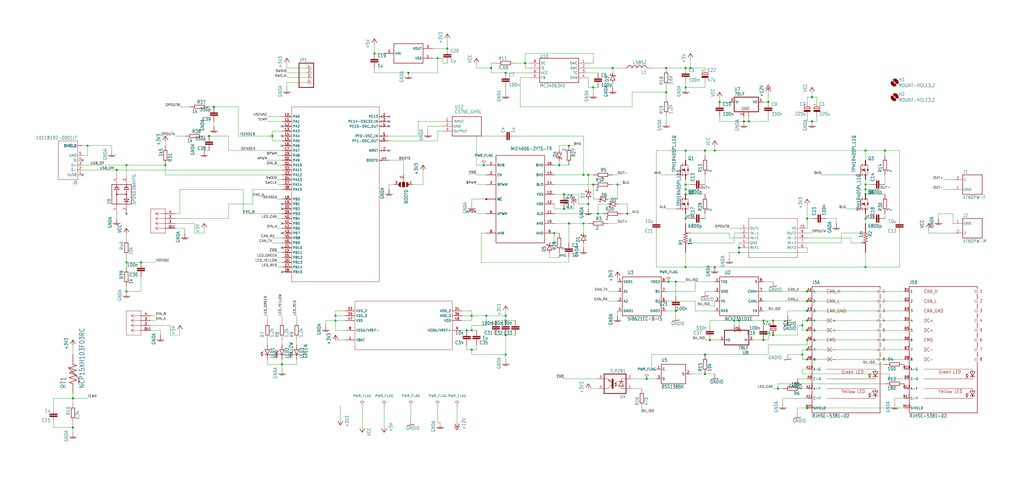
<source format=kicad_sch>
(kicad_sch (version 20230121) (generator eeschema)
  (paper "User" 534.924 252.679)
  (lib_symbols
    (symbol "power:PWR_FLAG" (power) (pin_numbers hide) (pin_names (offset 0) hide)
      (property "Value" "PWR_FLAG" (at 0 3.81 0))
      (symbol "PWR_FLAG_0_0"
        (pin power_out line (at 0 0 90) (length 0) (name "pwr") (number "1"))
      )
    )
    (symbol "shirasu-eagle-import:+12V" (power)
      (property "Value" "+12V" (at -2.54 -5.08 90))
      (symbol "+12V_1_0"
        (pin power_in line (at 0 -2.54 90) (length 2.54) (name "+12V") (number "1"))
      )
    )
    (symbol "shirasu-eagle-import:+3V3" (power)
      (property "Value" "+3V3" (at -2.54 -5.08 90))
      (symbol "+3V3_1_0"
        (pin power_in line (at 0 -2.54 90) (length 2.54) (name "+3V3") (number "1"))
      )
    )
    (symbol "shirasu-eagle-import:+5V" (power)
      (property "Value" "+5V" (at -2.54 -5.08 90))
      (symbol "+5V_1_0"
        (pin power_in line (at 0 -2.54 90) (length 2.54) (name "+5V") (number "1"))
      )
    )
    (symbol "shirasu-eagle-import:10118192-0001LF"
      (property "Reference" "J" (at -5.0861 10.681 0))
      (symbol "10118192-0001LF_1_0"
        (pin passive line (at -7.62 7.62 0) (length 2.54) (name "VUSB") (number "1"))
        (pin passive line (at -7.62 5.08 0) (length 2.54) (name "D-") (number "2"))
        (pin passive line (at -7.62 2.54 0) (length 2.54) (name "D+") (number "3"))
        (pin passive line (at -7.62 0 0) (length 2.54) (name "ID") (number "4"))
        (pin passive line (at -7.62 -2.54 0) (length 2.54) (name "GND") (number "5"))
        (pin passive line (at -7.62 -7.62 0) (length 2.54) (name "SHIELD") (number "SH1"))
        (pin passive line (at -7.62 -7.62 0) (length 2.54) (name "SHIELD") (number "SH2"))
        (pin passive line (at -7.62 -7.62 0) (length 2.54) (name "SHIELD") (number "SH3"))
        (pin passive line (at -7.62 -7.62 0) (length 2.54) (name "SHIELD") (number "SH4"))
        (pin passive line (at -7.62 -7.62 0) (length 2.54) (name "SHIELD") (number "SH5"))
        (pin passive line (at -7.62 -7.62 0) (length 2.54) (name "SHIELD") (number "SH6"))
      )
    )
    (symbol "shirasu-eagle-import:78LF"
      (property "Reference" "IC" (at -5.08 5.715 0))
      (symbol "78LF_1_0"
        (text "GND" (at -1.27 -4.318 0) (effects (font (size 1.524 1.2954)) (justify left bottom)))
        (pin passive line (at 10.16 0 180) (length 2.54) (name "VO") (number "1"))
        (pin passive line (at 0 -7.62 90) (length 2.54) (name "GND") (number "2"))
        (pin passive line (at 2.54 -7.62 90) (length 2.54) (name "GND@1") (number "2@1"))
        (pin input line (at -7.62 0 0) (length 2.54) (name "VI") (number "3"))
      )
    )
    (symbol "shirasu-eagle-import:BSS138BK"
      (property "Reference" "U5" (at -5.08 6.35 0))
      (property "Value" "BSS138BK" (at -5.08 -7.62 0))
      (symbol "BSS138BK_1_0"
        (pin input line (at -7.62 2.54 0) (length 2.54) (name "G") (number "1"))
        (pin power_in line (at 10.16 0 180) (length 2.54) (name "S") (number "2"))
        (pin power_in line (at -7.62 -2.54 0) (length 2.54) (name "D") (number "3"))
      )
    )
    (symbol "shirasu-eagle-import:C-EUC0603"
      (property "Reference" "C" (at 1.524 0.381 0))
      (symbol "C-EUC0603_1_0"
        (pin passive line (at 0 2.54 270) (length 2.54) (name "1") (number "1"))
        (pin passive line (at 0 -5.08 90) (length 2.54) (name "2") (number "2"))
      )
    )
    (symbol "shirasu-eagle-import:C-EUC1210"
      (property "Reference" "C" (at 1.524 0.381 0))
      (symbol "C-EUC1210_1_0"
        (pin passive line (at 0 2.54 270) (length 2.54) (name "1") (number "1"))
        (pin passive line (at 0 -5.08 90) (length 2.54) (name "2") (number "2"))
      )
    )
    (symbol "shirasu-eagle-import:CPOL-EUE2.5-5"
      (property "Reference" "C" (at 1.143 0.4826 0))
      (symbol "CPOL-EUE2.5-5_1_0"
        (text "+" (at -0.5842 0.4064 900) (effects (font (size 1.27 1.0795)) (justify left bottom)))
        (pin passive line (at 0 2.54 270) (length 2.54) (name "+") (number "+"))
        (pin passive line (at 0 -5.08 90) (length 2.54) (name "-") (number "-"))
      )
    )
    (symbol "shirasu-eagle-import:CPOL-EUE5-10.5"
      (property "Reference" "C" (at 1.143 0.4826 0))
      (symbol "CPOL-EUE5-10.5_1_0"
        (text "+" (at -0.5842 0.4064 900) (effects (font (size 1.27 1.0795)) (justify left bottom)))
        (pin passive line (at 0 2.54 270) (length 2.54) (name "+") (number "+"))
        (pin passive line (at 0 -5.08 90) (length 2.54) (name "-") (number "-"))
      )
    )
    (symbol "shirasu-eagle-import:CSTNE_GH5L"
      (property "Reference" "U12" (at 6.35 7.62 0))
      (property "Value" "CSTNE_GH5L" (at 6.35 5.08 0))
      (symbol "CSTNE_GH5L_1_0"
        (pin input line (at 0 0 0) (length 5.08) (name "INPUT") (number "1"))
        (pin power_in line (at 0 -2.54 0) (length 5.08) (name "GND") (number "2"))
        (pin output line (at 0 -5.08 0) (length 5.08) (name "OUTPUT") (number "3"))
      )
    )
    (symbol "shirasu-eagle-import:EP2.5-4-SIDE"
      (symbol "EP2.5-4-SIDE_1_0"
        (text "GND" (at 0 0 0) (effects (font (size 1.27 1.0795)) (justify left bottom)))
        (pin passive line (at 0 0 0) (length 5.08) (name "1") (number "1"))
        (pin passive line (at 0 -2.54 0) (length 5.08) (name "2") (number "2"))
        (pin passive line (at 0 -5.08 0) (length 5.08) (name "3") (number "3"))
        (pin passive line (at 0 -7.62 0) (length 5.08) (name "4") (number "4"))
      )
    )
    (symbol "shirasu-eagle-import:GNDA" (power)
      (property "Value" "GNDA" (at -2.54 -2.54 90))
      (symbol "GNDA_1_0"
        (pin power_in line (at 0 2.54 270) (length 2.54) (name "GNDA") (number "1"))
      )
    )
    (symbol "shirasu-eagle-import:GNDIO" (power)
      (property "Value" "GNDIO" (at -2.54 -2.54 0))
      (symbol "GNDIO_1_0"
        (pin power_in line (at 0 2.54 270) (length 2.54) (name "GNDIO") (number "1"))
      )
    )
    (symbol "shirasu-eagle-import:INA2181A1IDGSR"
      (symbol "INA2181A1IDGSR_1_0"
        (pin output line (at 2.54 0 0) (length 5.08) (name "OUT1") (number "1"))
        (pin power_in line (at 38.1 0 180) (length 5.08) (name "VS") (number "10"))
        (pin input line (at 2.54 -2.54 0) (length 5.08) (name "IN-1") (number "2"))
        (pin input line (at 2.54 -5.08 0) (length 5.08) (name "IN+1") (number "3"))
        (pin power_in line (at 2.54 -7.62 0) (length 5.08) (name "GND") (number "4"))
        (pin input line (at 2.54 -10.16 0) (length 5.08) (name "REF1") (number "5"))
        (pin input line (at 38.1 -10.16 180) (length 5.08) (name "REF2") (number "6"))
        (pin input line (at 38.1 -7.62 180) (length 5.08) (name "IN+2") (number "7"))
        (pin input line (at 38.1 -5.08 180) (length 5.08) (name "IN-2") (number "8"))
        (pin output line (at 38.1 -2.54 180) (length 5.08) (name "OUT2") (number "9"))
      )
    )
    (symbol "shirasu-eagle-import:L5852"
      (property "Reference" "L" (at -1.27 -5.08 90))
      (symbol "L5852_1_0"
        (pin passive line (at 0 7.62 270) (length 2.54) (name "1") (number "P$1"))
        (pin passive line (at 0 -7.62 90) (length 2.54) (name "2") (number "P$2"))
      )
    )
    (symbol "shirasu-eagle-import:LEDCHIP-LED0603"
      (property "Reference" "LED" (at 3.556 -4.572 90))
      (symbol "LEDCHIP-LED0603_1_0"
        (pin passive line (at 0 2.54 270) (length 2.54) (name "A") (number "A"))
        (pin passive line (at 0 -5.08 90) (length 2.54) (name "C") (number "C"))
      )
    )
    (symbol "shirasu-eagle-import:MC34063AD"
      (property "Reference" "IC" (at -10.16 2.54 0))
      (symbol "MC34063AD_1_0"
        (pin passive line (at 15.24 0 180) (length 5.08) (name "SWC") (number "1"))
        (pin passive line (at 15.24 -2.54 180) (length 5.08) (name "SWE") (number "2"))
        (pin passive line (at 15.24 -5.08 180) (length 5.08) (name "TC") (number "3"))
        (pin passive line (at 15.24 -7.62 180) (length 5.08) (name "GND") (number "4"))
        (pin passive line (at -15.24 -7.62 0) (length 5.08) (name "FB") (number "5"))
        (pin passive line (at -15.24 -5.08 0) (length 5.08) (name "VCC") (number "6"))
        (pin passive line (at -15.24 -2.54 0) (length 5.08) (name "IS") (number "7"))
        (pin passive line (at -15.24 0 0) (length 5.08) (name "DC") (number "8"))
      )
    )
    (symbol "shirasu-eagle-import:MIC4606-2YTS-TR"
      (property "Value" "MIC4606-2YTS-TR" (at 2.54 20.32 0))
      (symbol "MIC4606-2YTS-TR_1_0"
        (pin power_in line (at -10.16 12.7 0) (length 5.08) (name "BHB") (number "1"))
        (pin bidirectional line (at 25.4 -17.78 180) (length 5.08) (name "AHS") (number "10"))
        (pin bidirectional line (at 25.4 -12.7 180) (length 5.08) (name "ALO") (number "11"))
        (pin power_in line (at 25.4 -7.62 180) (length 5.08) (name "VDD") (number "12"))
        (pin power_in line (at 25.4 -2.54 180) (length 5.08) (name "VSS") (number "13"))
        (pin bidirectional line (at 25.4 2.54 180) (length 5.08) (name "BLO") (number "14"))
        (pin bidirectional line (at 25.4 7.62 180) (length 5.08) (name "BHS") (number "15"))
        (pin bidirectional line (at 25.4 12.7 180) (length 5.08) (name "BHO") (number "16"))
        (pin bidirectional line (at -10.16 7.62 0) (length 5.08) (name "EN") (number "2"))
        (pin bidirectional line (at -10.16 2.54 0) (length 5.08) (name "BPWM") (number "3"))
        (pin no_connect line (at -10.16 -5.08 0) (length 5.08) (name "NC") (number "4"))
        (pin no_connect line (at -10.16 -5.08 0) (length 5.08) (name "NC") (number "5"))
        (pin bidirectional line (at -10.16 -12.7 0) (length 5.08) (name "APWM") (number "6"))
        (pin no_connect line (at -10.16 -5.08 0) (length 5.08) (name "NC") (number "7"))
        (pin bidirectional line (at -10.16 -22.86 0) (length 5.08) (name "AHB") (number "8"))
        (pin bidirectional line (at 25.4 -22.86 180) (length 5.08) (name "AHO") (number "9"))
      )
    )
    (symbol "shirasu-eagle-import:MOUNT-HOLE3.2"
      (property "Reference" "H" (at 2.032 0.5842 0))
    )
    (symbol "shirasu-eagle-import:NCP15XH103F03RC"
      (property "Reference" "RT" (at -7.6244 3.5574 0))
      (symbol "NCP15XH103F03RC_1_0"
        (pin passive line (at -10.16 0 0) (length 5.08) (name "1") (number "1"))
        (pin passive line (at 10.16 0 180) (length 5.08) (name "2") (number "2"))
      )
    )
    (symbol "shirasu-eagle-import:NCV7351D1E"
      (property "Reference" "IC" (at -7.62 11.43 0))
      (symbol "NCV7351D1E_1_0"
        (pin input line (at -12.7 7.62 0) (length 2.54) (name "TXD") (number "1"))
        (pin power_in line (at -12.7 2.54 0) (length 2.54) (name "GND") (number "2"))
        (pin power_in line (at -12.7 -2.54 0) (length 2.54) (name "VS") (number "3"))
        (pin output line (at -12.7 -7.62 0) (length 2.54) (name "RXD") (number "4"))
        (pin input line (at 12.7 -7.62 180) (length 2.54) (name "EN") (number "5"))
        (pin output line (at 12.7 -2.54 180) (length 2.54) (name "CANL") (number "6"))
        (pin output line (at 12.7 2.54 180) (length 2.54) (name "CANH") (number "7"))
        (pin input line (at 12.7 7.62 180) (length 2.54) (name "S") (number "8"))
      )
    )
    (symbol "shirasu-eagle-import:PINHD-1X4"
      (property "Reference" "JP" (at -6.35 8.255 0))
      (symbol "PINHD-1X4_1_0"
        (pin passive inverted (at -2.54 5.08 0) (length 2.54) (name "1") (number "1"))
        (pin passive inverted (at -2.54 2.54 0) (length 2.54) (name "2") (number "2"))
        (pin passive inverted (at -2.54 0 0) (length 2.54) (name "3") (number "3"))
        (pin passive inverted (at -2.54 -2.54 0) (length 2.54) (name "4") (number "4"))
      )
    )
    (symbol "shirasu-eagle-import:PMEG6010CEJ,115"
      (property "Reference" "D" (at -2.286 1.905 0))
      (symbol "PMEG6010CEJ,115_1_0"
        (pin passive line (at -2.54 0 0) (length 0) (name "A") (number "A"))
        (pin passive line (at 2.54 0 180) (length 0) (name "C") (number "C"))
      )
    )
    (symbol "shirasu-eagle-import:R-EU_R0603"
      (property "Reference" "R" (at -3.81 1.4986 0))
      (symbol "R-EU_R0603_1_0"
        (pin passive line (at -5.08 0 0) (length 2.54) (name "1") (number "1"))
        (pin passive line (at 5.08 0 180) (length 2.54) (name "2") (number "2"))
      )
    )
    (symbol "shirasu-eagle-import:R-EU_R1206"
      (property "Reference" "R" (at -3.81 1.4986 0))
      (symbol "R-EU_R1206_1_0"
        (pin passive line (at -5.08 0 0) (length 2.54) (name "1") (number "1"))
        (pin passive line (at 5.08 0 180) (length 2.54) (name "2") (number "2"))
      )
    )
    (symbol "shirasu-eagle-import:R2512"
      (property "Reference" "R" (at -3.81 1.4986 0))
      (symbol "R2512_1_0"
        (pin passive line (at -7.62 0 0) (length 5.08) (name "1") (number "1"))
        (pin passive line (at -7.62 0 0) (length 5.08) (name "1") (number "2"))
        (pin passive line (at 7.62 0 180) (length 5.08) (name "2") (number "3"))
        (pin passive line (at 7.62 0 180) (length 5.08) (name "2") (number "4"))
        (pin bidirectional line (at -2.54 -2.54 90) (length 2.54) (name "3") (number "5"))
        (pin bidirectional line (at 2.54 -2.54 90) (length 2.54) (name "4") (number "6"))
      )
    )
    (symbol "shirasu-eagle-import:RJHSE-5381-02"
      (property "Reference" "J" (at -17.78 29.21 0))
      (symbol "RJHSE-5381-02_1_0"
        (text "1" (at 19.05 24.638 0) (effects (font (size 1.524 1.2954)) (justify left bottom)))
        (text "2" (at 19.05 19.558 0) (effects (font (size 1.524 1.2954)) (justify left bottom)))
        (text "3" (at 19.05 14.478 0) (effects (font (size 1.524 1.2954)) (justify left bottom)))
        (text "4" (at 19.05 9.398 0) (effects (font (size 1.524 1.2954)) (justify left bottom)))
        (text "5" (at 19.05 4.318 0) (effects (font (size 1.524 1.2954)) (justify left bottom)))
        (text "6" (at 19.05 -0.762 0) (effects (font (size 1.524 1.2954)) (justify left bottom)))
        (text "7" (at 19.05 -5.842 0) (effects (font (size 1.524 1.2954)) (justify left bottom)))
        (text "8" (at 19.05 -10.922 0) (effects (font (size 1.524 1.2954)) (justify left bottom)))
        (text "CAN_GND" (at -10.16 15.24 0) (effects (font (size 1.778 1.5113)) (justify left)))
        (text "CAN_H" (at -10.16 25.4 0) (effects (font (size 1.778 1.5113)) (justify left)))
        (text "CAN_L" (at -10.16 20.32 0) (effects (font (size 1.778 1.5113)) (justify left)))
        (text "DC+" (at -10.16 5.08 0) (effects (font (size 1.778 1.5113)) (justify left)))
        (text "DC+" (at -10.16 10.16 0) (effects (font (size 1.778 1.5113)) (justify left)))
        (text "DC-" (at -10.16 -10.16 0) (effects (font (size 1.778 1.5113)) (justify left)))
        (text "DC-" (at -10.16 -5.08 0) (effects (font (size 1.778 1.5113)) (justify left)))
        (text "EMS" (at -10.16 0 0) (effects (font (size 1.778 1.5113)) (justify left)))
        (text "Green LED" (at -2.54 -17.78 0) (effects (font (size 1.778 1.5113)) (justify left bottom)))
        (text "Yellow LED" (at -2.54 -27.94 0) (effects (font (size 1.778 1.5113)) (justify left bottom)))
        (pin input line (at -20.32 25.4 0) (length 2.54) (name "1") (number "A1"))
        (pin passive line (at -20.32 -15.24 0) (length 2.54) (name "A-G") (number "A10"))
        (pin passive line (at -20.32 -30.48 0) (length 2.54) (name "C-Y") (number "A11"))
        (pin passive line (at -20.32 -25.4 0) (length 2.54) (name "A-Y") (number "A12"))
        (pin input line (at -20.32 20.32 0) (length 2.54) (name "2") (number "A2"))
        (pin input line (at -20.32 15.24 0) (length 2.54) (name "3") (number "A3"))
        (pin input line (at -20.32 10.16 0) (length 2.54) (name "4") (number "A4"))
        (pin input line (at -20.32 5.08 0) (length 2.54) (name "5") (number "A5"))
        (pin input line (at -20.32 0 0) (length 2.54) (name "6") (number "A6"))
        (pin input line (at -20.32 -5.08 0) (length 2.54) (name "7") (number "A7"))
        (pin input line (at -20.32 -10.16 0) (length 2.54) (name "8") (number "A8"))
        (pin passive line (at -20.32 -20.32 0) (length 2.54) (name "C-G") (number "A9"))
        (pin passive line (at -20.32 -35.56 0) (length 2.54) (name "SHIELD") (number "MH1"))
      )
      (symbol "RJHSE-5381-02_2_0"
        (text "1" (at 19.05 24.638 0) (effects (font (size 1.524 1.2954)) (justify left bottom)))
        (text "2" (at 19.05 19.558 0) (effects (font (size 1.524 1.2954)) (justify left bottom)))
        (text "3" (at 19.05 14.478 0) (effects (font (size 1.524 1.2954)) (justify left bottom)))
        (text "4" (at 19.05 9.398 0) (effects (font (size 1.524 1.2954)) (justify left bottom)))
        (text "5" (at 19.05 4.318 0) (effects (font (size 1.524 1.2954)) (justify left bottom)))
        (text "6" (at 19.05 -0.762 0) (effects (font (size 1.524 1.2954)) (justify left bottom)))
        (text "7" (at 19.05 -5.842 0) (effects (font (size 1.524 1.2954)) (justify left bottom)))
        (text "8" (at 19.05 -10.922 0) (effects (font (size 1.524 1.2954)) (justify left bottom)))
        (text "CAN_GND" (at -10.16 15.24 0) (effects (font (size 1.778 1.5113)) (justify left)))
        (text "CAN_H" (at -10.16 25.4 0) (effects (font (size 1.778 1.5113)) (justify left)))
        (text "CAN_L" (at -10.16 20.32 0) (effects (font (size 1.778 1.5113)) (justify left)))
        (text "DC+" (at -10.16 5.08 0) (effects (font (size 1.778 1.5113)) (justify left)))
        (text "DC+" (at -10.16 10.16 0) (effects (font (size 1.778 1.5113)) (justify left)))
        (text "DC-" (at -10.16 -10.16 0) (effects (font (size 1.778 1.5113)) (justify left)))
        (text "DC-" (at -10.16 -5.08 0) (effects (font (size 1.778 1.5113)) (justify left)))
        (text "EMS" (at -10.16 0 0) (effects (font (size 1.778 1.5113)) (justify left)))
        (text "Green LED" (at -2.54 -17.78 0) (effects (font (size 1.778 1.5113)) (justify left bottom)))
        (text "Yellow LED" (at -2.54 -27.94 0) (effects (font (size 1.778 1.5113)) (justify left bottom)))
        (pin input line (at -20.32 25.4 0) (length 2.54) (name "1") (number "B1"))
        (pin passive line (at -20.32 -15.24 0) (length 2.54) (name "A-G") (number "B10"))
        (pin passive line (at -20.32 -30.48 0) (length 2.54) (name "C-Y") (number "B11"))
        (pin passive line (at -20.32 -25.4 0) (length 2.54) (name "A-Y") (number "B12"))
        (pin input line (at -20.32 20.32 0) (length 2.54) (name "2") (number "B2"))
        (pin input line (at -20.32 15.24 0) (length 2.54) (name "3") (number "B3"))
        (pin input line (at -20.32 10.16 0) (length 2.54) (name "4") (number "B4"))
        (pin input line (at -20.32 5.08 0) (length 2.54) (name "5") (number "B5"))
        (pin input line (at -20.32 0 0) (length 2.54) (name "6") (number "B6"))
        (pin input line (at -20.32 -5.08 0) (length 2.54) (name "7") (number "B7"))
        (pin input line (at -20.32 -10.16 0) (length 2.54) (name "8") (number "B8"))
        (pin passive line (at -20.32 -20.32 0) (length 2.54) (name "C-G") (number "B9"))
        (pin passive line (at -20.32 -35.56 0) (length 2.54) (name "SHIELD") (number "MH2"))
      )
    )
    (symbol "shirasu-eagle-import:SI8621EC-B-IS"
      (property "Reference" "U3" (at -7.62 11.43 0))
      (property "Value" "SI8621EC-B-IS" (at -7.62 -12.7 0))
      (symbol "SI8621EC-B-IS_1_0"
        (pin power_in line (at -12.7 7.62 0) (length 2.54) (name "VDD1") (number "1"))
        (pin input line (at -12.7 2.54 0) (length 2.54) (name "A1") (number "2"))
        (pin output line (at -12.7 -2.54 0) (length 2.54) (name "A2") (number "3"))
        (pin power_in line (at -12.7 -7.62 0) (length 2.54) (name "GND1") (number "4"))
        (pin power_in line (at 12.7 -7.62 180) (length 2.54) (name "GND2") (number "5"))
        (pin input line (at 12.7 -2.54 180) (length 2.54) (name "B2") (number "6"))
        (pin output line (at 12.7 2.54 180) (length 2.54) (name "B1") (number "7"))
        (pin power_in line (at 12.7 7.62 180) (length 2.54) (name "VDD2") (number "8"))
      )
    )
    (symbol "shirasu-eagle-import:SJ2W"
      (property "Reference" "SJ" (at 2.54 0.381 0))
      (symbol "SJ2W_1_0"
        (pin passive line (at 0 5.08 270) (length 2.54) (name "1") (number "1"))
        (pin passive line (at -5.08 0 0) (length 2.54) (name "2") (number "2"))
        (pin passive line (at 0 -5.08 90) (length 2.54) (name "3") (number "3"))
      )
    )
    (symbol "shirasu-eagle-import:SP0503BAHTG"
      (property "Reference" "D" (at -5.4057 5.6059 0))
      (symbol "SP0503BAHTG_1_0"
        (pin passive line (at -10.16 2.54 0) (length 5.08) (name "1") (number "1"))
        (pin passive line (at -10.16 -2.54 0) (length 5.08) (name "2") (number "2"))
        (pin passive line (at 10.16 -2.54 180) (length 5.08) (name "3") (number "3"))
        (pin passive line (at 10.16 2.54 180) (length 5.08) (name "4") (number "4"))
      )
    )
    (symbol "shirasu-eagle-import:STM32F302_303C2"
      (symbol "STM32F302_303C2_1_0"
        (pin bidirectional line (at 2.54 0 0) (length 5.08) (name "PA0") (number "10"))
        (pin bidirectional line (at 2.54 -2.54 0) (length 5.08) (name "PA1") (number "11"))
        (pin bidirectional line (at 2.54 -5.08 0) (length 5.08) (name "PA2") (number "12"))
        (pin bidirectional line (at 2.54 -7.62 0) (length 5.08) (name "PA3") (number "13"))
        (pin bidirectional line (at 2.54 -10.16 0) (length 5.08) (name "PA4") (number "14"))
        (pin bidirectional line (at 2.54 -12.7 0) (length 5.08) (name "PA5") (number "15"))
        (pin bidirectional line (at 2.54 -15.24 0) (length 5.08) (name "PA6") (number "16"))
        (pin bidirectional line (at 2.54 -17.78 0) (length 5.08) (name "PA7") (number "17"))
        (pin bidirectional line (at 2.54 -43.18 0) (length 5.08) (name "PB0") (number "18"))
        (pin bidirectional line (at 2.54 -45.72 0) (length 5.08) (name "PB1") (number "19"))
        (pin bidirectional line (at 58.42 0 180) (length 5.08) (name "PC13") (number "2"))
        (pin bidirectional line (at 2.54 -48.26 0) (length 5.08) (name "PB2") (number "20"))
        (pin bidirectional line (at 2.54 -68.58 0) (length 5.08) (name "PB10") (number "21"))
        (pin bidirectional line (at 2.54 -71.12 0) (length 5.08) (name "PB11") (number "22"))
        (pin bidirectional line (at 2.54 -73.66 0) (length 5.08) (name "PB12") (number "25"))
        (pin bidirectional line (at 2.54 -76.2 0) (length 5.08) (name "PB13") (number "26"))
        (pin bidirectional line (at 2.54 -78.74 0) (length 5.08) (name "PB14") (number "27"))
        (pin bidirectional line (at 2.54 -81.28 0) (length 5.08) (name "PB15") (number "28"))
        (pin bidirectional line (at 2.54 -20.32 0) (length 5.08) (name "PA8") (number "29"))
        (pin bidirectional line (at 58.42 -2.54 180) (length 5.08) (name "PC14-OSC32_IN") (number "3"))
        (pin bidirectional line (at 2.54 -22.86 0) (length 5.08) (name "PA9") (number "30"))
        (pin bidirectional line (at 2.54 -25.4 0) (length 5.08) (name "PA10") (number "31"))
        (pin bidirectional line (at 2.54 -27.94 0) (length 5.08) (name "PA11") (number "32"))
        (pin bidirectional line (at 2.54 -30.48 0) (length 5.08) (name "PA12") (number "33"))
        (pin bidirectional line (at 2.54 -33.02 0) (length 5.08) (name "PA13") (number "34"))
        (pin bidirectional line (at 2.54 -35.56 0) (length 5.08) (name "PA14") (number "37"))
        (pin bidirectional line (at 2.54 -38.1 0) (length 5.08) (name "PA15") (number "38"))
        (pin bidirectional line (at 2.54 -50.8 0) (length 5.08) (name "PB3") (number "39"))
        (pin bidirectional line (at 58.42 -5.08 180) (length 5.08) (name "PC15-OSC_OUT") (number "4"))
        (pin bidirectional line (at 2.54 -53.34 0) (length 5.08) (name "PB4") (number "40"))
        (pin bidirectional line (at 2.54 -55.88 0) (length 5.08) (name "PB5") (number "41"))
        (pin bidirectional line (at 2.54 -58.42 0) (length 5.08) (name "PB6") (number "42"))
        (pin bidirectional line (at 2.54 -60.96 0) (length 5.08) (name "PB7") (number "43"))
        (pin input line (at 58.42 -22.86 180) (length 5.08) (name "BOOT0") (number "44"))
        (pin bidirectional line (at 2.54 -63.5 0) (length 5.08) (name "PB8") (number "45"))
        (pin bidirectional line (at 2.54 -66.04 0) (length 5.08) (name "PB9") (number "46"))
        (pin bidirectional line (at 58.42 -10.16 180) (length 5.08) (name "PF0-OSC_IN") (number "5"))
        (pin bidirectional line (at 58.42 -12.7 180) (length 5.08) (name "PF1-OSC_OUT") (number "6"))
        (pin bidirectional line (at 58.42 -17.78 180) (length 5.08) (name "NRST") (number "7"))
      )
      (symbol "STM32F302_303C2_2_0"
        (pin power_in line (at 2.54 -15.24 0) (length 5.08) (name "VBAT") (number "1"))
        (pin power_in line (at 2.54 0 0) (length 5.08) (name "VSS_2") (number "23"))
        (pin power_in line (at 63.5 0 180) (length 5.08) (name "VDD_2") (number "24"))
        (pin power_in line (at 2.54 -2.54 0) (length 5.08) (name "VSS_3") (number "35"))
        (pin power_in line (at 63.5 -2.54 180) (length 5.08) (name "VDD_3") (number "36"))
        (pin power_in line (at 2.54 -5.08 0) (length 5.08) (name "VSS") (number "47"))
        (pin power_in line (at 63.5 -5.08 180) (length 5.08) (name "VDD") (number "48"))
        (pin power_in line (at 2.54 -10.16 0) (length 5.08) (name "VSSA/VREF-") (number "8"))
        (pin power_in line (at 63.5 -10.16 180) (length 5.08) (name "VDDA/VREF+") (number "9"))
      )
    )
    (symbol "shirasu-eagle-import:TLP291"
      (property "Reference" "OK" (at -6.985 5.715 0))
      (symbol "TLP291_1_0"
        (pin passive line (at -10.16 2.54 0) (length 2.54) (name "A") (number "1"))
        (pin passive line (at -10.16 -2.54 0) (length 2.54) (name "C") (number "2"))
        (pin passive line (at 7.62 -2.54 180) (length 2.54) (name "EMIT") (number "3"))
        (pin passive line (at 7.62 2.54 180) (length 2.54) (name "COL") (number "4"))
      )
    )
    (symbol "shirasu-eagle-import:TPH1R405PL,L1Q"
      (property "Reference" "Q" (at 3.81 5.08 0))
      (symbol "TPH1R405PL,L1Q_1_0"
        (pin passive line (at 2.54 -5.08 90) (length 2.54) (name "S") (number "1"))
        (pin passive line (at 2.54 -5.08 90) (length 2.54) (name "S") (number "2"))
        (pin passive line (at 2.54 -5.08 90) (length 2.54) (name "S") (number "3"))
        (pin passive line (at -2.54 -2.54 0) (length 2.54) (name "G") (number "4"))
        (pin passive line (at 2.54 5.08 270) (length 2.54) (name "D") (number "5"))
        (pin passive line (at 2.54 5.08 270) (length 2.54) (name "D") (number "6"))
        (pin passive line (at 2.54 5.08 270) (length 2.54) (name "D") (number "7"))
        (pin passive line (at 2.54 5.08 270) (length 2.54) (name "D") (number "8"))
        (pin passive line (at 2.54 5.08 270) (length 2.54) (name "D") (number "9"))
      )
    )
    (symbol "shirasu-eagle-import:VCC" (power)
      (property "Value" "VCC" (at -2.54 -2.54 90))
      (symbol "VCC_1_0"
        (pin power_in line (at 0 -2.54 90) (length 2.54) (name "VCC") (number "1"))
      )
    )
    (symbol "shirasu-eagle-import:XC6206"
      (symbol "XC6206_1_0"
        (pin power_in line (at 12.7 -2.54 180) (length 5.08) (name "VSS") (number "1"))
        (pin power_out line (at 12.7 2.54 180) (length 5.08) (name "VOUT") (number "2"))
        (pin power_in line (at -12.7 0 0) (length 5.08) (name "VIN") (number "3"))
      )
    )
    (symbol "shirasu-eagle-import:XT60PW-F"
      (property "Reference" "J" (at -5.0874 5.7233 0))
      (symbol "XT60PW-F_1_0"
        (pin passive line (at -10.16 -2.54 0) (length 5.08) (name "GND") (number "1"))
        (pin passive line (at -10.16 2.54 0) (length 5.08) (name "1") (number "2"))
      )
    )
    (symbol "shirasu-eagle-import:XT60PW-M"
      (property "Reference" "J" (at -5.0874 5.7233 0))
      (symbol "XT60PW-M_1_0"
        (pin passive line (at -10.16 2.54 0) (length 5.08) (name "GND") (number "1"))
        (pin passive line (at -10.16 -2.54 0) (length 5.08) (name "2") (number "2"))
      )
    )
  )
  (junction (at 274.32 33.02))
  (junction (at 147.32 190.5))
  (junction (at 386.08 167.64))
  (junction (at 358.14 45.72))
  (junction (at 421.64 182.88))
  (junction (at 243.84 172.72))
  (junction (at 421.64 187.96))
  (junction (at 228.6 30.48))
  (junction (at 419.1 170.18))
  (junction (at 358.14 99.06))
  (junction (at 370.84 177.8))
  (junction (at 109.22 71.12))
  (junction (at 398.78 167.64))
  (junction (at 368.3 78.74))
  (junction (at 264.16 167.64))
  (junction (at 246.38 165.1))
  (junction (at 398.78 177.8))
  (junction (at 66.04 86.36))
  (junction (at 424.18 63.5))
  (junction (at 383.54 167.64))
  (junction (at 304.8 116.84))
  (junction (at 304.8 91.44))
  (junction (at 294.64 109.22))
  (junction (at 337.82 198.12))
  (junction (at 294.64 101.6))
  (junction (at 421.64 213.36))
  (junction (at 421.64 162.56))
  (junction (at 368.3 185.42))
  (junction (at 388.62 63.5))
  (junction (at 213.36 38.1))
  (junction (at 322.58 96.52))
  (junction (at 312.42 111.76))
  (junction (at 358.14 78.74))
  (junction (at 358.14 139.7))
  (junction (at 347.98 48.26))
  (junction (at 292.1 86.36))
  (junction (at 307.34 91.44))
  (junction (at 353.06 162.56))
  (junction (at 264.16 185.42))
  (junction (at 391.16 63.5))
  (junction (at 424.18 50.8))
  (junction (at 403.86 175.26))
  (junction (at 419.1 185.42))
  (junction (at 373.38 139.7))
  (junction (at 142.24 71.12))
  (junction (at 452.12 96.52))
  (junction (at 38.1 223.52))
  (junction (at 349.25 147.32))
  (junction (at 421.64 157.48))
  (junction (at 195.58 27.94))
  (junction (at 421.64 152.4))
  (junction (at 358.14 101.6))
  (junction (at 175.26 165.1))
  (junction (at 264.16 38.1))
  (junction (at 452.12 99.06))
  (junction (at 73.66 137.16))
  (junction (at 452.12 114.3))
  (junction (at 375.92 53.34))
  (junction (at 246.38 182.88))
  (junction (at 353.06 147.32))
  (junction (at 60.96 88.9))
  (junction (at 327.66 111.76))
  (junction (at 358.14 96.52))
  (junction (at 421.64 177.8))
  (junction (at 264.16 165.1))
  (junction (at 421.64 172.72))
  (junction (at 309.88 45.72))
  (junction (at 386.08 129.54))
  (junction (at 111.76 55.88))
  (junction (at 86.36 86.36))
  (junction (at 401.32 53.34))
  (junction (at 297.18 76.2))
  (junction (at 309.88 96.52))
  (junction (at 360.68 35.56))
  (junction (at 452.12 139.7))
  (junction (at 452.12 78.74))
  (junction (at 320.04 35.56))
  (junction (at 403.86 167.64))
  (junction (at 66.04 152.4))
  (junction (at 233.68 25.4))
  (junction (at 307.34 106.68))
  (junction (at 289.56 121.92))
  (junction (at 297.18 116.84))
  (junction (at 421.64 167.64))
  (junction (at 175.26 167.64))
  (junction (at 347.98 35.56))
  (junction (at 386.08 132.08))
  (junction (at 246.38 172.72))
  (junction (at 368.3 195.58))
  (junction (at 254 165.1))
  (junction (at 45.72 76.2))
  (junction (at 462.28 78.74))
  (junction (at 421.64 114.3))
  (junction (at 264.16 175.26))
  (junction (at 38.1 208.28))
  (junction (at 373.38 78.74))
  (junction (at 406.4 203.2))
  (junction (at 66.04 137.16))
  (junction (at 256.54 35.56))
  (junction (at 452.12 101.6))
  (junction (at 358.14 35.56))
  (junction (at 358.14 114.3))
  (junction (at 252.73 86.36))
  (no_connect (at 147.32 71.12))
  (no_connect (at 147.32 66.04))
  (no_connect (at 147.32 106.68))
  (no_connect (at 43.18 91.44))
  (no_connect (at 203.2 78.74))
  (no_connect (at 203.2 63.5))
  (no_connect (at 43.18 83.82))
  (no_connect (at 147.32 129.54))
  (no_connect (at 147.32 121.92))
  (no_connect (at 66.04 111.76))
  (no_connect (at 203.2 60.96))
  (no_connect (at 147.32 116.84))
  (no_connect (at 147.32 109.22))
  (no_connect (at 147.32 142.24))
  (no_connect (at 203.2 66.04))
  (no_connect (at 147.32 76.2))
  (wire (pts (xy 215.9 96.52) (xy 220.98 96.52)) (stroke (width 0.1524)))
  (wire (pts (xy 421.64 106.68) (xy 421.64 114.3)) (stroke (width 0.1524)))
  (wire (pts (xy 226.06 30.48) (xy 228.6 30.48)) (stroke (width 0.1524)))
  (wire (pts (xy 454.66 114.3) (xy 452.12 114.3)) (stroke (width 0.1524)))
  (wire (pts (xy 304.8 121.92) (xy 304.8 116.84)) (stroke (width 0.1524)))
  (wire (pts (xy 147.32 190.5) (xy 147.32 187.96)) (stroke (width 0.1524)))
  (wire (pts (xy 436.88 116.84) (xy 436.88 114.3)) (stroke (width 0.1524)))
  (wire (pts (xy 154.94 190.5) (xy 147.32 190.5)) (stroke (width 0.1524)))
  (wire (pts (xy 398.78 177.8) (xy 401.32 177.8)) (stroke (width 0.1524)))
  (wire (pts (xy 254 91.44) (xy 248.92 91.44)) (stroke (width 0.1524)))
  (wire (pts (xy 147.32 139.7) (xy 144.78 139.7)) (stroke (width 0.1524)))
  (wire (pts (xy 368.3 81.28) (xy 368.3 78.74)) (stroke (width 0.1524)))
  (wire (pts (xy 401.32 175.26) (xy 403.86 175.26)) (stroke (width 0.1524)))
  (wire (pts (xy 401.32 63.5) (xy 391.16 63.5)) (stroke (width 0.1524)))
  (wire (pts (xy 406.4 203.2) (xy 403.86 203.2)) (stroke (width 0.1524)))
  (wire (pts (xy 349.25 147.32) (xy 353.06 147.32)) (stroke (width 0.1524)))
  (wire (pts (xy 147.32 104.14) (xy 144.78 104.14)) (stroke (width 0.1524)))
  (wire (pts (xy 99.06 55.88) (xy 93.98 55.88)) (stroke (width 0.1524)))
  (wire (pts (xy 289.56 111.76) (xy 312.42 111.76)) (stroke (width 0.1524)))
  (wire (pts (xy 391.16 63.5) (xy 388.62 63.5)) (stroke (width 0.1524)))
  (wire (pts (xy 426.72 50.8) (xy 424.18 50.8)) (stroke (width 0.1524)))
  (wire (pts (xy 472.44 167.64) (xy 421.64 167.64)) (stroke (width 0.1524)))
  (wire (pts (xy 246.38 182.88) (xy 246.38 185.42)) (stroke (width 0.1524)))
  (wire (pts (xy 398.78 53.34) (xy 401.32 53.34)) (stroke (width 0.1524)))
  (wire (pts (xy 342.9 78.74) (xy 342.9 114.3)) (stroke (width 0.1524)))
  (wire (pts (xy 373.38 152.4) (xy 368.3 152.4)) (stroke (width 0.1524)))
  (wire (pts (xy 147.32 132.08) (xy 144.78 132.08)) (stroke (width 0.1524)))
  (wire (pts (xy 180.34 162.56) (xy 175.26 162.56)) (stroke (width 0.1524)))
  (wire (pts (xy 368.3 111.76) (xy 368.3 114.3)) (stroke (width 0.1524)))
  (wire (pts (xy 454.66 96.52) (xy 452.12 96.52)) (stroke (width 0.1524)))
  (wire (pts (xy 243.84 180.34) (xy 243.84 182.88)) (stroke (width 0.1524)))
  (wire (pts (xy 411.48 185.42) (xy 419.1 185.42)) (stroke (width 0.1524)))
  (wire (pts (xy 497.84 111.76) (xy 497.84 116.84)) (stroke (width 0.1524)))
  (wire (pts (xy 276.86 35.56) (xy 274.32 35.56)) (stroke (width 0.1524)))
  (wire (pts (xy 218.44 71.12) (xy 203.2 71.12)) (stroke (width 0.1524)))
  (wire (pts (xy 421.64 167.64) (xy 419.1 167.64)) (stroke (width 0.1524)))
  (wire (pts (xy 294.64 101.6) (xy 302.26 101.6)) (stroke (width 0.1524)))
  (wire (pts (xy 38.1 208.28) (xy 38.1 205.74)) (stroke (width 0.1524)))
  (wire (pts (xy 302.26 106.68) (xy 307.34 106.68)) (stroke (width 0.1524)))
  (wire (pts (xy 307.34 99.06) (xy 307.34 91.44)) (stroke (width 0.1524)))
  (wire (pts (xy 223.52 68.58) (xy 223.52 66.04)) (stroke (width 0.1524)))
  (wire (pts (xy 91.44 114.3) (xy 119.38 114.3)) (stroke (width 0.1524)))
  (wire (pts (xy 472.44 157.48) (xy 421.64 157.48)) (stroke (width 0.1524)))
  (wire (pts (xy 147.32 114.3) (xy 144.78 114.3)) (stroke (width 0.1524)))
  (wire (pts (xy 497.84 93.98) (xy 492.76 93.98)) (stroke (width 0.1524)))
  (wire (pts (xy 220.98 96.52) (xy 220.98 88.9)) (stroke (width 0.1524)))
  (wire (pts (xy 147.32 99.06) (xy 132.08 99.06)) (stroke (width 0.1524)))
  (wire (pts (xy 254 96.52) (xy 248.92 96.52)) (stroke (width 0.1524)))
  (wire (pts (xy 452.12 139.7) (xy 373.38 139.7)) (stroke (width 0.1524)))
  (wire (pts (xy 231.14 33.02) (xy 233.68 33.02)) (stroke (width 0.1524)))
  (wire (pts (xy 38.1 185.42) (xy 38.1 180.34)) (stroke (width 0.1524)))
  (wire (pts (xy 312.42 106.68) (xy 312.42 111.76)) (stroke (width 0.1524)))
  (wire (pts (xy 363.22 147.32) (xy 363.22 152.4)) (stroke (width 0.1524)))
  (wire (pts (xy 86.36 73.66) (xy 86.36 76.2)) (stroke (width 0.1524)))
  (wire (pts (xy 91.44 111.76) (xy 93.98 111.76)) (stroke (width 0.1524)))
  (wire (pts (xy 274.32 33.02) (xy 276.86 33.02)) (stroke (width 0.1524)))
  (wire (pts (xy 274.32 35.56) (xy 274.32 33.02)) (stroke (width 0.1524)))
  (wire (pts (xy 347.98 35.56) (xy 358.14 35.56)) (stroke (width 0.1524)))
  (wire (pts (xy 289.56 127) (xy 289.56 121.92)) (stroke (width 0.1524)))
  (wire (pts (xy 60.96 91.44) (xy 60.96 88.9)) (stroke (width 0.1524)))
  (wire (pts (xy 106.68 78.74) (xy 109.22 78.74)) (stroke (width 0.1524)))
  (wire (pts (xy 340.36 35.56) (xy 347.98 35.56)) (stroke (width 0.1524)))
  (wire (pts (xy 251.46 137.16) (xy 297.18 137.16)) (stroke (width 0.1524)))
  (wire (pts (xy 421.64 129.54) (xy 421.64 132.08)) (stroke (width 0.1524)))
  (wire (pts (xy 254 170.18) (xy 246.38 170.18)) (stroke (width 0.1524)))
  (wire (pts (xy 307.34 109.22) (xy 307.34 106.68)) (stroke (width 0.1524)))
  (wire (pts (xy 452.12 111.76) (xy 452.12 114.3)) (stroke (width 0.1524)))
  (wire (pts (xy 91.44 116.84) (xy 101.6 116.84)) (stroke (width 0.1524)))
  (wire (pts (xy 360.68 121.92) (xy 381 121.92)) (stroke (width 0.1524)))
  (wire (pts (xy 388.62 63.5) (xy 388.62 60.96)) (stroke (width 0.1524)))
  (wire (pts (xy 383.54 127) (xy 360.68 127)) (stroke (width 0.1524)))
  (wire (pts (xy 132.08 99.06) (xy 132.08 106.68)) (stroke (width 0.1524)))
  (wire (pts (xy 373.38 195.58) (xy 368.3 195.58)) (stroke (width 0.1524)))
  (wire (pts (xy 252.73 86.36) (xy 248.92 86.36)) (stroke (width 0.1524)))
  (wire (pts (xy 472.44 190.5) (xy 472.44 193.04)) (stroke (width 0.1524)))
  (wire (pts (xy 312.42 111.76) (xy 314.96 111.76)) (stroke (width 0.1524)))
  (wire (pts (xy 147.32 78.74) (xy 119.38 78.74)) (stroke (width 0.1524)))
  (wire (pts (xy 248.92 71.12) (xy 261.62 71.12)) (stroke (width 0.1524)))
  (wire (pts (xy 299.72 109.22) (xy 294.64 109.22)) (stroke (width 0.1524)))
  (wire (pts (xy 317.5 106.68) (xy 312.42 106.68)) (stroke (width 0.1524)))
  (wire (pts (xy 464.82 198.12) (xy 472.44 198.12)) (stroke (width 0.1524)))
  (wire (pts (xy 447.04 91.44) (xy 429.26 91.44)) (stroke (width 0.1524)))
  (wire (pts (xy 271.78 40.64) (xy 276.86 40.64)) (stroke (width 0.1524)))
  (wire (pts (xy 375.92 63.5) (xy 388.62 63.5)) (stroke (width 0.1524)))
  (wire (pts (xy 299.72 106.68) (xy 299.72 109.22)) (stroke (width 0.1524)))
  (wire (pts (xy 358.14 99.06) (xy 365.76 99.06)) (stroke (width 0.1524)))
  (wire (pts (xy 353.06 147.32) (xy 358.14 147.32)) (stroke (width 0.1524)))
  (wire (pts (xy 259.08 175.26) (xy 264.16 175.26)) (stroke (width 0.1524)))
  (wire (pts (xy 147.32 86.36) (xy 144.78 86.36)) (stroke (width 0.1524)))
  (wire (pts (xy 485.14 121.92) (xy 485.14 119.38)) (stroke (width 0.1524)))
  (wire (pts (xy 358.14 78.74) (xy 342.9 78.74)) (stroke (width 0.1524)))
  (wire (pts (xy 86.36 91.44) (xy 86.36 86.36)) (stroke (width 0.1524)))
  (wire (pts (xy 269.24 71.12) (xy 304.8 71.12)) (stroke (width 0.1524)))
  (wire (pts (xy 342.9 139.7) (xy 358.14 139.7)) (stroke (width 0.1524)))
  (wire (pts (xy 449.58 121.92) (xy 439.42 121.92)) (stroke (width 0.1524)))
  (wire (pts (xy 248.92 172.72) (xy 246.38 172.72)) (stroke (width 0.1524)))
  (wire (pts (xy 139.7 180.34) (xy 139.7 177.8)) (stroke (width 0.1524)))
  (wire (pts (xy 391.16 60.96) (xy 391.16 63.5)) (stroke (width 0.1524)))
  (wire (pts (xy 233.68 25.4) (xy 233.68 20.32)) (stroke (width 0.1524)))
  (wire (pts (xy 401.32 60.96) (xy 401.32 63.5)) (stroke (width 0.1524)))
  (wire (pts (xy 327.66 106.68) (xy 327.66 111.76)) (stroke (width 0.1524)))
  (wire (pts (xy 154.94 167.64) (xy 154.94 165.1)) (stroke (width 0.1524)))
  (wire (pts (xy 421.64 208.28) (xy 408.94 208.28)) (stroke (width 0.1524)))
  (wire (pts (xy 246.38 165.1) (xy 254 165.1)) (stroke (width 0.1524)))
  (wire (pts (xy 170.18 170.18) (xy 170.18 167.64)) (stroke (width 0.1524)))
  (wire (pts (xy 424.18 114.3) (xy 421.64 114.3)) (stroke (width 0.1524)))
  (wire (pts (xy 416.56 170.18) (xy 419.1 170.18)) (stroke (width 0.1524)))
  (wire (pts (xy 360.68 114.3) (xy 358.14 114.3)) (stroke (width 0.1524)))
  (wire (pts (xy 416.56 215.9) (xy 416.56 213.36)) (stroke (width 0.1524)))
  (wire (pts (xy 312.42 198.12) (xy 294.64 198.12)) (stroke (width 0.1524)))
  (wire (pts (xy 139.7 190.5) (xy 147.32 190.5)) (stroke (width 0.1524)))
  (wire (pts (xy 78.74 165.1) (xy 81.28 165.1)) (stroke (width 0.1524)))
  (wire (pts (xy 322.58 165.1) (xy 322.58 162.56)) (stroke (width 0.1524)))
  (wire (pts (xy 309.88 48.26) (xy 309.88 45.72)) (stroke (width 0.1524)))
  (wire (pts (xy 381 53.34) (xy 375.92 53.34)) (stroke (width 0.1524)))
  (wire (pts (xy 66.04 124.46) (xy 66.04 121.92)) (stroke (width 0.1524)))
  (wire (pts (xy 78.74 172.72) (xy 83.82 172.72)) (stroke (width 0.1524)))
  (wire (pts (xy 264.16 48.26) (xy 264.16 45.72)) (stroke (width 0.1524)))
  (wire (pts (xy 398.78 170.18) (xy 398.78 167.64)) (stroke (width 0.1524)))
  (wire (pts (xy 147.32 93.98) (xy 144.78 93.98)) (stroke (width 0.1524)))
  (wire (pts (xy 246.38 172.72) (xy 243.84 172.72)) (stroke (width 0.1524)))
  (wire (pts (xy 464.82 195.58) (xy 464.82 198.12)) (stroke (width 0.1524)))
  (wire (pts (xy 421.64 53.34) (xy 421.64 50.8)) (stroke (width 0.1524)))
  (wire (pts (xy 264.16 175.26) (xy 269.24 175.26)) (stroke (width 0.1524)))
  (wire (pts (xy 203.2 83.82) (xy 210.82 83.82)) (stroke (width 0.1524)))
  (wire (pts (xy 127 99.06) (xy 127 111.76)) (stroke (width 0.1524)))
  (wire (pts (xy 419.1 182.88) (xy 419.1 185.42)) (stroke (width 0.1524)))
  (wire (pts (xy 381 121.92) (xy 381 124.46)) (stroke (width 0.1524)))
  (wire (pts (xy 309.88 104.14) (xy 309.88 96.52)) (stroke (width 0.1524)))
  (wire (pts (xy 246.38 165.1) (xy 241.3 165.1)) (stroke (width 0.1524)))
  (wire (pts (xy 439.42 127) (xy 421.64 127)) (stroke (width 0.1524)))
  (wire (pts (xy 149.86 35.56) (xy 160.02 35.56)) (stroke (width 0.1524)))
  (wire (pts (xy 292.1 132.08) (xy 292.1 134.62)) (stroke (width 0.1524)))
  (wire (pts (xy 246.38 104.14) (xy 254 104.14)) (stroke (width 0.1524)))
  (wire (pts (xy 353.06 91.44) (xy 345.44 91.44)) (stroke (width 0.1524)))
  (wire (pts (xy 243.84 182.88) (xy 246.38 182.88)) (stroke (width 0.1524)))
  (wire (pts (xy 292.1 121.92) (xy 289.56 121.92)) (stroke (width 0.1524)))
  (wire (pts (xy 335.28 213.36) (xy 335.28 215.9)) (stroke (width 0.1524)))
  (wire (pts (xy 307.34 35.56) (xy 320.04 35.56)) (stroke (width 0.1524)))
  (wire (pts (xy 386.08 121.92) (xy 383.54 121.92)) (stroke (width 0.1524)))
  (wire (pts (xy 177.8 212.09) (xy 177.8 219.71)))
  (wire (pts (xy 66.04 137.16) (xy 73.66 137.16)) (stroke (width 0.1524)))
  (wire (pts (xy 289.56 91.44) (xy 304.8 91.44)) (stroke (width 0.1524)))
  (wire (pts (xy 147.32 96.52) (xy 144.78 96.52)) (stroke (width 0.1524)))
  (wire (pts (xy 401.32 180.34) (xy 401.32 185.42)) (stroke (width 0.1524)))
  (wire (pts (xy 88.9 170.18) (xy 88.9 175.26)) (stroke (width 0.1524)))
  (wire (pts (xy 78.74 167.64) (xy 81.28 167.64)) (stroke (width 0.1524)))
  (wire (pts (xy 403.86 147.32) (xy 398.78 147.32)) (stroke (width 0.1524)))
  (wire (pts (xy 408.94 203.2) (xy 406.4 203.2)) (stroke (width 0.1524)))
  (wire (pts (xy 373.38 162.56) (xy 363.22 162.56)) (stroke (width 0.1524)))
  (wire (pts (xy 66.04 134.62) (xy 66.04 137.16)) (stroke (width 0.1524)))
  (wire (pts (xy 439.42 121.92) (xy 439.42 127)) (stroke (width 0.1524)))
  (wire (pts (xy 416.56 175.26) (xy 416.56 170.18)) (stroke (width 0.1524)))
  (wire (pts (xy 27.94 208.28) (xy 38.1 208.28)) (stroke (width 0.1524)))
  (wire (pts (xy 264.16 185.42) (xy 264.16 175.26)) (stroke (width 0.1524)))
  (wire (pts (xy 368.3 45.72) (xy 358.14 45.72)) (stroke (width 0.1524)))
  (wire (pts (xy 264.16 165.1) (xy 264.16 167.64)) (stroke (width 0.1524)))
  (wire (pts (xy 342.9 193.04) (xy 340.36 193.04)) (stroke (width 0.1524)))
  (wire (pts (xy 88.9 175.26) (xy 93.98 175.26)) (stroke (width 0.1524)))
  (wire (pts (xy 73.66 144.78) (xy 73.66 152.4)) (stroke (width 0.1524)))
  (wire (pts (xy 106.68 121.92) (xy 106.68 119.38)) (stroke (width 0.1524)))
  (wire (pts (xy 231.14 30.48) (xy 231.14 33.02)) (stroke (width 0.1524)))
  (wire (pts (xy 363.22 162.56) (xy 363.22 157.48)) (stroke (width 0.1524)))
  (wire (pts (xy 373.38 157.48) (xy 373.38 160.02)) (stroke (width 0.1524)))
  (wire (pts (xy 264.16 167.64) (xy 269.24 167.64)) (stroke (width 0.1524)))
  (wire (pts (xy 147.32 119.38) (xy 144.78 119.38)) (stroke (width 0.1524)))
  (wire (pts (xy 320.04 91.44) (xy 322.58 91.44)) (stroke (width 0.1524)))
  (wire (pts (xy 289.56 96.52) (xy 309.88 96.52)) (stroke (width 0.1524)))
  (wire (pts (xy 421.64 63.5) (xy 424.18 63.5)) (stroke (width 0.1524)))
  (wire (pts (xy 147.32 167.64) (xy 147.32 165.1)) (stroke (width 0.1524)))
  (wire (pts (xy 472.44 172.72) (xy 421.64 172.72)) (stroke (width 0.1524)))
  (wire (pts (xy 462.28 101.6) (xy 452.12 101.6)) (stroke (width 0.1524)))
  (wire (pts (xy 180.34 177.8) (xy 175.26 177.8)) (stroke (width 0.1524)))
  (wire (pts (xy 368.3 78.74) (xy 373.38 78.74)) (stroke (width 0.1524)))
  (wire (pts (xy 297.18 134.62) (xy 297.18 137.16)) (stroke (width 0.1524)))
  (wire (pts (xy 228.6 212.09) (xy 228.6 220.98)))
  (wire (pts (xy 424.18 50.8) (xy 421.64 50.8)) (stroke (width 0.1524)))
  (wire (pts (xy 452.12 99.06) (xy 459.74 99.06)) (stroke (width 0.1524)))
  (wire (pts (xy 444.5 127) (xy 449.58 127)) (stroke (width 0.1524)))
  (wire (pts (xy 195.58 27.94) (xy 200.66 27.94)) (stroke (width 0.1524)))
  (wire (pts (xy 274.32 27.94) (xy 274.32 33.02)) (stroke (width 0.1524)))
  (wire (pts (xy 213.36 38.1) (xy 228.6 38.1)) (stroke (width 0.1524)))
  (wire (pts (xy 363.22 152.4) (xy 347.98 152.4)) (stroke (width 0.1524)))
  (wire (pts (xy 111.76 55.88) (xy 109.22 55.88)) (stroke (width 0.1524)))
  (wire (pts (xy 91.44 119.38) (xy 96.52 119.38)) (stroke (width 0.1524)))
  (wire (pts (xy 419.1 195.58) (xy 464.82 195.58)) (stroke (width 0.1524)))
  (wire (pts (xy 386.08 170.18) (xy 386.08 167.64)) (stroke (width 0.1524)))
  (wire (pts (xy 406.4 200.66) (xy 406.4 203.2)) (stroke (width 0.1524)))
  (wire (pts (xy 424.18 63.5) (xy 426.72 63.5)) (stroke (width 0.1524)))
  (wire (pts (xy 147.32 124.46) (xy 142.24 124.46)) (stroke (width 0.1524)))
  (wire (pts (xy 358.14 35.56) (xy 360.68 35.56)) (stroke (width 0.1524)))
  (wire (pts (xy 419.1 172.72) (xy 419.1 170.18)) (stroke (width 0.1524)))
  (wire (pts (xy 358.14 96.52) (xy 358.14 93.98)) (stroke (width 0.1524)))
  (wire (pts (xy 325.12 111.76) (xy 327.66 111.76)) (stroke (width 0.1524)))
  (wire (pts (xy 254 111.76) (xy 248.92 111.76)) (stroke (width 0.1524)))
  (wire (pts (xy 401.32 53.34) (xy 401.32 48.26)) (stroke (width 0.1524)))
  (wire (pts (xy 340.36 193.04) (xy 340.36 185.42)) (stroke (width 0.1524)))
  (wire (pts (xy 381 132.08) (xy 386.08 132.08)) (stroke (width 0.1524)))
  (wire (pts (xy 66.04 86.36) (xy 43.18 86.36)) (stroke (width 0.1524)))
  (wire (pts (xy 386.08 119.38) (xy 381 119.38)) (stroke (width 0.1524)))
  (wire (pts (xy 302.26 101.6) (xy 302.26 106.68)) (stroke (width 0.1524)))
  (wire (pts (xy 419.1 187.96) (xy 419.1 185.42)) (stroke (width 0.1524)))
  (wire (pts (xy 373.38 76.2) (xy 373.38 78.74)) (stroke (width 0.1524)))
  (wire (pts (xy 248.92 35.56) (xy 256.54 35.56)) (stroke (width 0.1524)))
  (wire (pts (xy 241.3 167.64) (xy 246.38 167.64)) (stroke (width 0.1524)))
  (wire (pts (xy 287.02 134.62) (xy 292.1 134.62)) (stroke (width 0.1524)))
  (wire (pts (xy 210.82 83.82) (xy 210.82 91.44)) (stroke (width 0.1524)))
  (wire (pts (xy 142.24 68.58) (xy 142.24 71.12)) (stroke (width 0.1524)))
  (wire (pts (xy 312.42 104.14) (xy 309.88 104.14)) (stroke (width 0.1524)))
  (wire (pts (xy 472.44 200.66) (xy 472.44 203.2)) (stroke (width 0.1524)))
  (wire (pts (xy 246.38 185.42) (xy 264.16 185.42)) (stroke (width 0.1524)))
  (wire (pts (xy 312.42 203.2) (xy 307.34 203.2)) (stroke (width 0.1524)))
  (wire (pts (xy 160.02 38.1) (xy 149.86 38.1)) (stroke (width 0.1524)))
  (wire (pts (xy 436.88 114.3) (xy 431.8 114.3)) (stroke (width 0.1524)))
  (wire (pts (xy 322.58 152.4) (xy 317.5 152.4)) (stroke (width 0.1524)))
  (wire (pts (xy 358.14 45.72) (xy 358.14 43.18)) (stroke (width 0.1524)))
  (wire (pts (xy 322.58 144.78) (xy 322.58 147.32)) (stroke (width 0.1524)))
  (wire (pts (xy 462.28 81.28) (xy 462.28 78.74)) (stroke (width 0.1524)))
  (wire (pts (xy 132.08 106.68) (xy 119.38 106.68)) (stroke (width 0.1524)))
  (wire (pts (xy 294.64 109.22) (xy 289.56 109.22)) (stroke (width 0.1524)))
  (wire (pts (xy 490.22 111.76) (xy 497.84 111.76)) (stroke (width 0.1524)))
  (wire (pts (xy 248.92 33.02) (xy 248.92 35.56)) (stroke (width 0.1524)))
  (wire (pts (xy 264.16 38.1) (xy 256.54 38.1)) (stroke (width 0.1524)))
  (wire (pts (xy 147.32 68.58) (xy 142.24 68.58)) (stroke (width 0.1524)))
  (wire (pts (xy 358.14 114.3) (xy 358.14 111.76)) (stroke (width 0.1524)))
  (wire (pts (xy 421.64 177.8) (xy 421.64 180.34)) (stroke (width 0.1524)))
  (wire (pts (xy 119.38 78.74) (xy 119.38 71.12)) (stroke (width 0.1524)))
  (wire (pts (xy 330.2 203.2) (xy 335.28 203.2)) (stroke (width 0.1524)))
  (wire (pts (xy 147.32 60.96) (xy 139.7 60.96)) (stroke (width 0.1524)))
  (wire (pts (xy 452.12 139.7) (xy 469.9 139.7)) (stroke (width 0.1524)))
  (wire (pts (xy 139.7 187.96) (xy 139.7 190.5)) (stroke (width 0.1524)))
  (wire (pts (xy 142.24 71.12) (xy 124.46 71.12)) (stroke (width 0.1524)))
  (wire (pts (xy 462.28 91.44) (xy 462.28 96.52)) (stroke (width 0.1524)))
  (wire (pts (xy 452.12 78.74) (xy 452.12 83.82)) (stroke (width 0.1524)))
  (wire (pts (xy 347.98 147.32) (xy 349.25 147.32)) (stroke (width 0.1524)))
  (wire (pts (xy 214.63 212.09) (xy 214.63 219.71)))
  (wire (pts (xy 119.38 71.12) (xy 109.22 71.12)) (stroke (width 0.1524)))
  (wire (pts (xy 347.98 48.26) (xy 330.2 48.26)) (stroke (width 0.1524)))
  (wire (pts (xy 330.2 48.26) (xy 330.2 55.88)) (stroke (width 0.1524)))
  (wire (pts (xy 231.14 63.5) (xy 218.44 63.5)) (stroke (width 0.1524)))
  (wire (pts (xy 304.8 91.44) (xy 307.34 91.44)) (stroke (width 0.1524)))
  (wire (pts (xy 347.98 48.26) (xy 347.98 45.72)) (stroke (width 0.1524)))
  (wire (pts (xy 195.58 38.1) (xy 213.36 38.1)) (stroke (width 0.1524)))
  (wire (pts (xy 307.34 38.1) (xy 312.42 38.1)) (stroke (width 0.1524)))
  (wire (pts (xy 119.38 106.68) (xy 119.38 114.3)) (stroke (width 0.1524)))
  (wire (pts (xy 66.04 91.44) (xy 66.04 86.36)) (stroke (width 0.1524)))
  (wire (pts (xy 149.86 45.72) (xy 149.86 43.18)) (stroke (width 0.1524)))
  (wire (pts (xy 147.32 180.34) (xy 147.32 177.8)) (stroke (width 0.1524)))
  (wire (pts (xy 353.06 165.1) (xy 353.06 162.56)) (stroke (width 0.1524)))
  (wire (pts (xy 398.78 162.56) (xy 401.32 162.56)) (stroke (width 0.1524)))
  (wire (pts (xy 228.6 68.58) (xy 228.6 73.66)) (stroke (width 0.1524)))
  (wire (pts (xy 383.54 121.92) (xy 383.54 127)) (stroke (width 0.1524)))
  (wire (pts (xy 368.3 101.6) (xy 358.14 101.6)) (stroke (width 0.1524)))
  (wire (pts (xy 297.18 127) (xy 297.18 116.84)) (stroke (width 0.1524)))
  (wire (pts (xy 368.3 43.18) (xy 368.3 45.72)) (stroke (width 0.1524)))
  (wire (pts (xy 327.66 111.76) (xy 330.2 111.76)) (stroke (width 0.1524)))
  (wire (pts (xy 93.98 175.26) (xy 93.98 172.72)) (stroke (width 0.1524)))
  (wire (pts (xy 472.44 213.36) (xy 421.64 213.36)) (stroke (width 0.1524)))
  (wire (pts (xy 320.04 45.72) (xy 320.04 43.18)) (stroke (width 0.1524)))
  (wire (pts (xy 45.72 81.28) (xy 45.72 76.2)) (stroke (width 0.1524)))
  (wire (pts (xy 147.32 73.66) (xy 142.24 73.66)) (stroke (width 0.1524)))
  (wire (pts (xy 96.52 71.12) (xy 91.44 71.12)) (stroke (width 0.1524)))
  (wire (pts (xy 248.92 86.36) (xy 248.92 71.12)) (stroke (width 0.1524)))
  (wire (pts (xy 264.16 187.96) (xy 264.16 185.42)) (stroke (width 0.1524)))
  (wire (pts (xy 292.1 86.36) (xy 297.18 86.36)) (stroke (width 0.1524)))
  (wire (pts (xy 307.34 91.44) (xy 309.88 91.44)) (stroke (width 0.1524)))
  (wire (pts (xy 353.06 162.56) (xy 347.98 162.56)) (stroke (width 0.1524)))
  (wire (pts (xy 238.76 212.09) (xy 238.76 220.98)))
  (wire (pts (xy 289.56 101.6) (xy 294.64 101.6)) (stroke (width 0.1524)))
  (wire (pts (xy 251.46 121.92) (xy 251.46 137.16)) (stroke (width 0.1524)))
  (wire (pts (xy 447.04 109.22) (xy 441.96 109.22)) (stroke (width 0.1524)))
  (wire (pts (xy 223.52 66.04) (xy 231.14 66.04)) (stroke (width 0.1524)))
  (wire (pts (xy 256.54 33.02) (xy 259.08 33.02)) (stroke (width 0.1524)))
  (wire (pts (xy 269.24 33.02) (xy 274.32 33.02)) (stroke (width 0.1524)))
  (wire (pts (xy 368.3 35.56) (xy 360.68 35.56)) (stroke (width 0.1524)))
  (wire (pts (xy 66.04 137.16) (xy 66.04 139.7)) (stroke (width 0.1524)))
  (wire (pts (xy 469.9 139.7) (xy 469.9 121.92)) (stroke (width 0.1524)))
  (wire (pts (xy 421.64 182.88) (xy 419.1 182.88)) (stroke (width 0.1524)))
  (wire (pts (xy 421.64 180.34) (xy 401.32 180.34)) (stroke (width 0.1524)))
  (wire (pts (xy 472.44 182.88) (xy 421.64 182.88)) (stroke (width 0.1524)))
  (wire (pts (xy 287.02 132.08) (xy 287.02 134.62)) (stroke (width 0.1524)))
  (wire (pts (xy 381 124.46) (xy 386.08 124.46)) (stroke (width 0.1524)))
  (wire (pts (xy 292.1 76.2) (xy 297.18 76.2)) (stroke (width 0.1524)))
  (wire (pts (xy 147.32 91.44) (xy 86.36 91.44)) (stroke (width 0.1524)))
  (wire (pts (xy 472.44 187.96) (xy 421.64 187.96)) (stroke (width 0.1524)))
  (wire (pts (xy 472.44 177.8) (xy 421.64 177.8)) (stroke (width 0.1524)))
  (wire (pts (xy 58.42 76.2) (xy 58.42 78.74)) (stroke (width 0.1524)))
  (wire (pts (xy 421.64 157.48) (xy 398.78 157.48)) (stroke (width 0.1524)))
  (wire (pts (xy 60.96 88.9) (xy 147.32 88.9)) (stroke (width 0.1524)))
  (wire (pts (xy 246.38 162.56) (xy 246.38 165.1)) (stroke (width 0.1524)))
  (wire (pts (xy 421.64 152.4) (xy 398.78 152.4)) (stroke (width 0.1524)))
  (wire (pts (xy 421.64 162.56) (xy 411.48 162.56)) (stroke (width 0.1524)))
  (wire (pts (xy 322.58 157.48) (xy 317.5 157.48)) (stroke (width 0.1524)))
  (wire (pts (xy 254 165.1) (xy 264.16 165.1)) (stroke (width 0.1524)))
  (wire (pts (xy 337.82 198.12) (xy 342.9 198.12)) (stroke (width 0.1524)))
  (wire (pts (xy 203.2 99.06) (xy 203.2 96.52)) (stroke (width 0.1524)))
  (wire (pts (xy 386.08 132.08) (xy 386.08 129.54)) (stroke (width 0.1524)))
  (wire (pts (xy 347.98 63.5) (xy 347.98 60.96)) (stroke (width 0.1524)))
  (wire (pts (xy 276.86 38.1) (xy 264.16 38.1)) (stroke (width 0.1524)))
  (wire (pts (xy 218.44 63.5) (xy 218.44 71.12)) (stroke (width 0.1524)))
  (wire (pts (xy 226.06 25.4) (xy 233.68 25.4)) (stroke (width 0.1524)))
  (wire (pts (xy 381 134.62) (xy 381 132.08)) (stroke (width 0.1524)))
  (wire (pts (xy 467.36 210.82) (xy 467.36 208.28)) (stroke (width 0.1524)))
  (wire (pts (xy 398.78 167.64) (xy 403.86 167.64)) (stroke (width 0.1524)))
  (wire (pts (xy 375.92 177.8) (xy 370.84 177.8)) (stroke (width 0.1524)))
  (wire (pts (xy 149.86 33.02) (xy 149.86 35.56)) (stroke (width 0.1524)))
  (wire (pts (xy 490.22 114.3) (xy 490.22 111.76)) (stroke (width 0.1524)))
  (wire (pts (xy 340.36 185.42) (xy 368.3 185.42)) (stroke (width 0.1524)))
  (wire (pts (xy 93.98 111.76) (xy 93.98 99.06)) (stroke (width 0.1524)))
  (wire (pts (xy 254 121.92) (xy 251.46 121.92)) (stroke (width 0.1524)))
  (wire (pts (xy 322.58 96.52) (xy 325.12 96.52)) (stroke (width 0.1524)))
  (wire (pts (xy 43.18 81.28) (xy 45.72 81.28)) (stroke (width 0.1524)))
  (wire (pts (xy 27.94 213.36) (xy 27.94 208.28)) (stroke (width 0.1524)))
  (wire (pts (xy 228.6 220.98) (xy 229.87 220.98)))
  (wire (pts (xy 373.38 139.7) (xy 358.14 139.7)) (stroke (width 0.1524)))
  (wire (pts (xy 101.6 121.92) (xy 106.68 121.92)) (stroke (width 0.1524)))
  (wire (pts (xy 27.94 220.98) (xy 27.94 223.52)) (stroke (width 0.1524)))
  (wire (pts (xy 386.08 167.64) (xy 398.78 167.64)) (stroke (width 0.1524)))
  (wire (pts (xy 322.58 106.68) (xy 327.66 106.68)) (stroke (width 0.1524)))
  (wire (pts (xy 358.14 116.84) (xy 358.14 114.3)) (stroke (width 0.1524)))
  (wire (pts (xy 370.84 177.8) (xy 368.3 177.8)) (stroke (width 0.1524)))
  (wire (pts (xy 175.26 167.64) (xy 175.26 172.72)) (stroke (width 0.1524)))
  (wire (pts (xy 147.32 111.76) (xy 127 111.76)) (stroke (width 0.1524)))
  (wire (pts (xy 358.14 78.74) (xy 368.3 78.74)) (stroke (width 0.1524)))
  (wire (pts (xy 309.88 33.02) (xy 309.88 27.94)) (stroke (width 0.1524)))
  (wire (pts (xy 393.7 177.8) (xy 398.78 177.8)) (stroke (width 0.1524)))
  (wire (pts (xy 403.86 167.64) (xy 411.48 167.64)) (stroke (width 0.1524)))
  (wire (pts (xy 175.26 162.56) (xy 175.26 165.1)) (stroke (width 0.1524)))
  (wire (pts (xy 368.3 195.58) (xy 360.68 195.58)) (stroke (width 0.1524)))
  (wire (pts (xy 462.28 114.3) (xy 462.28 111.76)) (stroke (width 0.1524)))
  (wire (pts (xy 147.32 134.62) (xy 144.78 134.62)) (stroke (width 0.1524)))
  (wire (pts (xy 292.1 78.74) (xy 292.1 76.2)) (stroke (width 0.1524)))
  (wire (pts (xy 66.04 86.36) (xy 86.36 86.36)) (stroke (width 0.1524)))
  (wire (pts (xy 317.5 104.14) (xy 322.58 104.14)) (stroke (width 0.1524)))
  (wire (pts (xy 419.1 203.2) (xy 421.64 203.2)) (stroke (width 0.1524)))
  (wire (pts (xy 421.64 132.08) (xy 386.08 132.08)) (stroke (width 0.1524)))
  (wire (pts (xy 353.06 109.22) (xy 347.98 109.22)) (stroke (width 0.1524)))
  (wire (pts (xy 228.6 38.1) (xy 228.6 30.48)) (stroke (width 0.1524)))
  (wire (pts (xy 264.16 162.56) (xy 264.16 165.1)) (stroke (width 0.1524)))
  (wire (pts (xy 472.44 152.4) (xy 421.64 152.4)) (stroke (width 0.1524)))
  (wire (pts (xy 370.84 170.18) (xy 370.84 167.64)) (stroke (width 0.1524)))
  (wire (pts (xy 421.64 60.96) (xy 421.64 63.5)) (stroke (width 0.1524)))
  (wire (pts (xy 383.54 170.18) (xy 383.54 167.64)) (stroke (width 0.1524)))
  (wire (pts (xy 304.8 116.84) (xy 307.34 116.84)) (stroke (width 0.1524)))
  (wire (pts (xy 175.26 172.72) (xy 180.34 172.72)) (stroke (width 0.1524)))
  (wire (pts (xy 246.38 106.68) (xy 246.38 104.14)) (stroke (width 0.1524)))
  (wire (pts (xy 38.1 210.82) (xy 38.1 208.28)) (stroke (width 0.1524)))
  (wire (pts (xy 203.2 96.52) (xy 205.74 96.52)) (stroke (width 0.1524)))
  (wire (pts (xy 426.72 53.34) (xy 426.72 50.8)) (stroke (width 0.1524)))
  (wire (pts (xy 38.1 208.28) (xy 45.72 208.28)) (stroke (width 0.1524)))
  (wire (pts (xy 358.14 99.06) (xy 358.14 96.52)) (stroke (width 0.1524)))
  (wire (pts (xy 243.84 172.72) (xy 241.3 172.72)) (stroke (width 0.1524)))
  (wire (pts (xy 241.3 162.56) (xy 246.38 162.56)) (stroke (width 0.1524)))
  (wire (pts (xy 309.88 27.94) (xy 274.32 27.94)) (stroke (width 0.1524)))
  (wire (pts (xy 421.64 187.96) (xy 419.1 187.96)) (stroke (width 0.1524)))
  (wire (pts (xy 304.8 71.12) (xy 304.8 91.44)) (stroke (width 0.1524)))
  (wire (pts (xy 497.84 121.92) (xy 485.14 121.92)) (stroke (width 0.1524)))
  (wire (pts (xy 246.38 182.88) (xy 248.92 182.88)) (stroke (width 0.1524)))
  (wire (pts (xy 96.52 119.38) (xy 96.52 121.92)) (stroke (width 0.1524)))
  (wire (pts (xy 101.6 116.84) (xy 101.6 121.92)) (stroke (width 0.1524)))
  (wire (pts (xy 297.18 116.84) (xy 304.8 116.84)) (stroke (width 0.1524)))
  (wire (pts (xy 180.34 165.1) (xy 175.26 165.1)) (stroke (width 0.1524)))
  (wire (pts (xy 60.96 114.3) (xy 60.96 111.76)) (stroke (width 0.1524)))
  (wire (pts (xy 160.02 40.64) (xy 149.86 40.64)) (stroke (width 0.1524)))
  (wire (pts (xy 373.38 147.32) (xy 363.22 147.32)) (stroke (width 0.1524)))
  (wire (pts (xy 452.12 96.52) (xy 452.12 99.06)) (stroke (width 0.1524)))
  (wire (pts (xy 189.23 212.09) (xy 189.23 223.52)))
  (wire (pts (xy 307.34 106.68) (xy 307.34 104.14)) (stroke (width 0.1524)))
  (wire (pts (xy 259.08 167.64) (xy 264.16 167.64)) (stroke (width 0.1524)))
  (wire (pts (xy 246.38 170.18) (xy 246.38 172.72)) (stroke (width 0.1524)))
  (wire (pts (xy 228.6 30.48) (xy 231.14 30.48)) (stroke (width 0.1524)))
  (wire (pts (xy 368.3 91.44) (xy 368.3 96.52)) (stroke (width 0.1524)))
  (wire (pts (xy 93.98 99.06) (xy 127 99.06)) (stroke (width 0.1524)))
  (wire (pts (xy 472.44 162.56) (xy 421.64 162.56)) (stroke (width 0.1524)))
  (wire (pts (xy 320.04 96.52) (xy 322.58 96.52)) (stroke (width 0.1524)))
  (wire (pts (xy 330.2 55.88) (xy 271.78 55.88)) (stroke (width 0.1524)))
  (wire (pts (xy 386.08 129.54) (xy 386.08 127)) (stroke (width 0.1524)))
  (wire (pts (xy 297.18 76.2) (xy 299.72 76.2)) (stroke (width 0.1524)))
  (wire (pts (xy 360.68 35.56) (xy 360.68 30.48)) (stroke (width 0.1524)))
  (wire (pts (xy 142.24 73.66) (xy 142.24 71.12)) (stroke (width 0.1524)))
  (wire (pts (xy 81.28 137.16) (xy 73.66 137.16)) (stroke (width 0.1524)))
  (wire (pts (xy 254 165.1) (xy 254 170.18)) (stroke (width 0.1524)))
  (wire (pts (xy 256.54 35.56) (xy 256.54 33.02)) (stroke (width 0.1524)))
  (wire (pts (xy 139.7 167.64) (xy 139.7 165.1)) (stroke (width 0.1524)))
  (wire (pts (xy 452.12 78.74) (xy 462.28 78.74)) (stroke (width 0.1524)))
  (wire (pts (xy 309.88 45.72) (xy 307.34 45.72)) (stroke (width 0.1524)))
  (wire (pts (xy 66.04 149.86) (xy 66.04 152.4)) (stroke (width 0.1524)))
  (wire (pts (xy 124.46 55.88) (xy 111.76 55.88)) (stroke (width 0.1524)))
  (wire (pts (xy 170.18 167.64) (xy 175.26 167.64)) (stroke (width 0.1524)))
  (wire (pts (xy 383.54 167.64) (xy 386.08 167.64)) (stroke (width 0.1524)))
  (wire (pts (xy 27.94 223.52) (xy 38.1 223.52)) (stroke (width 0.1524)))
  (wire (pts (xy 467.36 208.28) (xy 472.44 208.28)) (stroke (width 0.1524)))
  (wire (pts (xy 38.1 223.52) (xy 38.1 220.98)) (stroke (width 0.1524)))
  (wire (pts (xy 147.32 81.28) (xy 144.78 81.28)) (stroke (width 0.1524)))
  (wire (pts (xy 43.18 88.9) (xy 60.96 88.9)) (stroke (width 0.1524)))
  (wire (pts (xy 147.32 83.82) (xy 139.7 83.82)) (stroke (width 0.1524)))
  (wire (pts (xy 200.66 212.09) (xy 200.66 223.52)))
  (wire (pts (xy 246.38 167.64) (xy 246.38 165.1)) (stroke (width 0.1524)))
  (wire (pts (xy 111.76 63.5) (xy 111.76 66.04)) (stroke (width 0.1524)))
  (wire (pts (xy 373.38 160.02) (xy 370.84 160.02)) (stroke (width 0.1524)))
  (wire (pts (xy 462.28 190.5) (xy 457.2 190.5)) (stroke (width 0.1524)))
  (wire (pts (xy 195.58 22.86) (xy 195.58 27.94)) (stroke (width 0.1524)))
  (wire (pts (xy 421.64 124.46) (xy 444.5 124.46)) (stroke (width 0.1524)))
  (wire (pts (xy 124.46 71.12) (xy 124.46 55.88)) (stroke (width 0.1524)))
  (wire (pts (xy 419.1 167.64) (xy 419.1 170.18)) (stroke (width 0.1524)))
  (wire (pts (xy 180.34 167.64) (xy 175.26 167.64)) (stroke (width 0.1524)))
  (wire (pts (xy 444.5 124.46) (xy 444.5 127)) (stroke (width 0.1524)))
  (wire (pts (xy 370.84 167.64) (xy 383.54 167.64)) (stroke (width 0.1524)))
  (wire (pts (xy 421.64 193.04) (xy 419.1 193.04)) (stroke (width 0.1524)))
  (wire (pts (xy 271.78 55.88) (xy 271.78 40.64)) (stroke (width 0.1524)))
  (wire (pts (xy 358.14 101.6) (xy 358.14 99.06)) (stroke (width 0.1524)))
  (wire (pts (xy 195.58 35.56) (xy 195.58 38.1)) (stroke (width 0.1524)))
  (wire (pts (xy 452.12 93.98) (xy 452.12 96.52)) (stroke (width 0.1524)))
  (wire (pts (xy 375.92 50.8) (xy 375.92 53.34)) (stroke (width 0.1524)))
  (wire (pts (xy 325.12 35.56) (xy 320.04 35.56)) (stroke (width 0.1524)))
  (wire (pts (xy 360.68 96.52) (xy 358.14 96.52)) (stroke (width 0.1524)))
  (wire (pts (xy 419.1 193.04) (xy 419.1 195.58)) (stroke (width 0.1524)))
  (wire (pts (xy 147.32 63.5) (xy 139.7 63.5)) (stroke (width 0.1524)))
  (wire (pts (xy 292.1 83.82) (xy 292.1 86.36)) (stroke (width 0.1524)))
  (wire (pts (xy 38.1 226.06) (xy 38.1 223.52)) (stroke (width 0.1524)))
  (wire (pts (xy 307.34 33.02) (xy 309.88 33.02)) (stroke (width 0.1524)))
  (wire (pts (xy 154.94 180.34) (xy 154.94 177.8)) (stroke (width 0.1524)))
  (wire (pts (xy 421.64 114.3) (xy 421.64 119.38)) (stroke (width 0.1524)))
  (wire (pts (xy 175.26 165.1) (xy 175.26 167.64)) (stroke (width 0.1524)))
  (wire (pts (xy 347.98 50.8) (xy 347.98 48.26)) (stroke (width 0.1524)))
  (wire (pts (xy 330.2 198.12) (xy 337.82 198.12)) (stroke (width 0.1524)))
  (wire (pts (xy 147.32 137.16) (xy 144.78 137.16)) (stroke (width 0.1524)))
  (wire (pts (xy 403.86 175.26) (xy 416.56 175.26)) (stroke (width 0.1524)))
  (wire (pts (xy 469.9 78.74) (xy 469.9 114.3)) (stroke (width 0.1524)))
  (wire (pts (xy 452.12 99.06) (xy 452.12 101.6)) (stroke (width 0.1524)))
  (wire (pts (xy 289.56 116.84) (xy 297.18 116.84)) (stroke (width 0.1524)))
  (wire (pts (xy 317.5 116.84) (xy 322.58 116.84)) (stroke (width 0.1524)))
  (wire (pts (xy 256.54 38.1) (xy 256.54 35.56)) (stroke (width 0.1524)))
  (wire (pts (xy 289.56 109.22) (xy 289.56 106.68)) (stroke (width 0.1524)))
  (wire (pts (xy 452.12 139.7) (xy 452.12 132.08)) (stroke (width 0.1524)))
  (wire (pts (xy 421.64 172.72) (xy 419.1 172.72)) (stroke (width 0.1524)))
  (wire (pts (xy 363.22 157.48) (xy 347.98 157.48)) (stroke (width 0.1524)))
  (wire (pts (xy 373.38 78.74) (xy 452.12 78.74)) (stroke (width 0.1524)))
  (wire (pts (xy 358.14 139.7) (xy 358.14 132.08)) (stroke (width 0.1524)))
  (wire (pts (xy 154.94 187.96) (xy 154.94 190.5)) (stroke (width 0.1524)))
  (wire (pts (xy 106.68 71.12) (xy 109.22 71.12)) (stroke (width 0.1524)))
  (wire (pts (xy 408.94 208.28) (xy 408.94 210.82)) (stroke (width 0.1524)))
  (wire (pts (xy 411.48 165.1) (xy 411.48 162.56)) (stroke (width 0.1524)))
  (wire (pts (xy 248.92 182.88) (xy 248.92 180.34)) (stroke (width 0.1524)))
  (wire (pts (xy 342.9 121.92) (xy 342.9 139.7)) (stroke (width 0.1524)))
  (wire (pts (xy 421.64 198.12) (xy 416.56 198.12)) (stroke (width 0.1524)))
  (wire (pts (xy 73.66 152.4) (xy 66.04 152.4)) (stroke (width 0.1524)))
  (wire (pts (xy 149.86 43.18) (xy 160.02 43.18)) (stroke (width 0.1524)))
  (wire (pts (xy 287.02 127) (xy 289.56 127)) (stroke (width 0.1524)))
  (wire (pts (xy 375.92 60.96) (xy 375.92 63.5)) (stroke (width 0.1524)))
  (wire (pts (xy 358.14 83.82) (xy 358.14 78.74)) (stroke (width 0.1524)))
  (wire (pts (xy 43.18 76.2) (xy 45.72 76.2)) (stroke (width 0.1524)))
  (wire (pts (xy 421.64 213.36) (xy 416.56 213.36)) (stroke (width 0.1524)))
  (wire (pts (xy 312.42 45.72) (xy 309.88 45.72)) (stroke (width 0.1524)))
  (wire (pts (xy 424.18 48.26) (xy 424.18 50.8)) (stroke (width 0.1524)))
  (wire (pts (xy 289.56 86.36) (xy 292.1 86.36)) (stroke (width 0.1524)))
  (wire (pts (xy 254 86.36) (xy 252.73 86.36)) (stroke (width 0.1524)))
  (wire (pts (xy 231.14 68.58) (xy 228.6 68.58)) (stroke (width 0.1524)))
  (wire (pts (xy 78.74 170.18) (xy 88.9 170.18)) (stroke (width 0.1524)))
  (wire (pts (xy 307.34 45.72) (xy 307.34 40.64)) (stroke (width 0.1524)))
  (wire (pts (xy 353.06 154.94) (xy 353.06 147.32)) (stroke (width 0.1524)))
  (wire (pts (xy 304.8 129.54) (xy 304.8 127)) (stroke (width 0.1524)))
  (wire (pts (xy 45.72 76.2) (xy 58.42 76.2)) (stroke (width 0.1524)))
  (wire (pts (xy 401.32 177.8) (xy 401.32 175.26)) (stroke (width 0.1524)))
  (wire (pts (xy 322.58 104.14) (xy 322.58 96.52)) (stroke (width 0.1524)))
  (wire (pts (xy 462.28 78.74) (xy 469.9 78.74)) (stroke (width 0.1524)))
  (wire (pts (xy 147.32 127) (xy 142.24 127)) (stroke (width 0.1524)))
  (wire (pts (xy 401.32 185.42) (xy 368.3 185.42)) (stroke (width 0.1524)))
  (wire (pts (xy 83.82 172.72) (xy 83.82 175.26)) (stroke (width 0.1524)))
  (wire (pts (xy 147.32 190.5) (xy 147.32 193.04)) (stroke (width 0.1524)))
  (wire (pts (xy 462.28 200.66) (xy 406.4 200.66)) (stroke (width 0.1524)))
  (wire (pts (xy 497.84 99.06) (xy 492.76 99.06)) (stroke (width 0.1524)))
  (wire (pts (xy 426.72 63.5) (xy 426.72 60.96)) (stroke (width 0.1524)))
  (wire (pts (xy 320.04 35.56) (xy 320.04 38.1)) (stroke (width 0.1524)))
  (wire (pts (xy 203.2 73.66) (xy 228.6 73.66)) (stroke (width 0.1524)))
  (wire (pts (xy 452.12 114.3) (xy 452.12 116.84)) (stroke (width 0.1524)))
  (wire (pts (xy 421.64 121.92) (xy 424.18 121.92)) (stroke (width 0.1524)))
  (label "SWDIO" (at 149.86 38.1 180) (effects (font (size 1.2446 1.2446))))
  (label "BLG" (at 325.12 96.52 0) (effects (font (size 1.2446 1.2446))))
  (label "CAN_RX" (at 143.51 124.46 180) (effects (font (size 1.2446 1.2446))))
  (label "TEMP" (at 139.7 63.5 180) (effects (font (size 1.2446 1.2446))))
  (label "CAN_TX" (at 317.5 152.4 180) (effects (font (size 1.2446 1.2446))))
  (label "CAN_TX" (at 142.24 127 180) (effects (font (size 1.2446 1.2446))))
  (label "~{EMS}" (at 294.64 198.12 180) (effects (font (size 1.2446 1.2446))))
  (label "LED_RED" (at 154.94 165.1 90) (effects (font (size 1.2446 1.2446))))
  (label "BOOT0" (at 208.28 83.82 0) (effects (font (size 1.2446 1.2446))))
  (label "OPOUTB" (at 93.98 55.88 180) (effects (font (size 1.2446 1.2446))))
  (label "DIN_A" (at 144.78 119.38 180) (effects (font (size 1.2446 1.2446))))
  (label "ALG" (at 347.98 109.22 180) (effects (font (size 1.2446 1.2446))))
  (label "BHG" (at 429.26 91.44 180) (effects (font (size 1.2446 1.2446))))
  (label "BHG" (at 299.72 76.2 0) (effects (font (size 1.2446 1.2446))))
  (label "DIN_B" (at 81.28 165.1 0) (effects (font (size 1.2446 1.2446))))
  (label "5V_ISO" (at 370.84 160.02 180) (effects (font (size 1.2446 1.2446))))
  (label "LED_CAN" (at 403.86 203.2 180) (effects (font (size 1.2446 1.2446))))
  (label "LED_RED" (at 144.78 139.7 180) (effects (font (size 1.2446 1.2446))))
  (label "OUT+" (at 365.76 99.06 0) (effects (font (size 1.2446 1.2446))))
  (label "AHG" (at 345.44 91.44 180) (effects (font (size 1.2446 1.2446))))
  (label "VSENSE" (at 139.7 60.96 180) (effects (font (size 1.2446 1.2446))))
  (label "OUT-" (at 322.58 91.44 0) (effects (font (size 1.2446 1.2446))))
  (label "LED_GREEN" (at 139.7 165.1 90) (effects (font (size 1.2446 1.2446))))
  (label "OPOUTB" (at 381 119.38 180) (effects (font (size 1.2446 1.2446))))
  (label "SWDIO" (at 144.78 93.98 180) (effects (font (size 1.2446 1.2446))))
  (label "OPOUTA" (at 91.44 71.12 180) (effects (font (size 1.2446 1.2446))))
  (label "CAN_RX" (at 317.5 157.48 180) (effects (font (size 1.2446 1.2446))))
  (label "DIN_A" (at 81.28 167.64 0) (effects (font (size 1.2446 1.2446))))
  (label "LED_YELLOW" (at 147.32 165.1 90) (effects (font (size 1.2446 1.2446))))
  (label "ENC_B" (at 127 111.76 0) (effects (font (size 1.2446 1.2446))))
  (label "OUT+" (at 322.58 116.84 0) (effects (font (size 1.2446 1.2446))))
  (label "BPWM" (at 144.78 81.28 180) (effects (font (size 1.2446 1.2446))))
  (label "OUT-" (at 492.76 99.06 180) (effects (font (size 1.2446 1.2446))))
  (label "~{EMS}" (at 248.92 91.44 180) (effects (font (size 1.2446 1.2446))))
  (label "5V_ISO" (at 401.32 162.56 0) (effects (font (size 1.2446 1.2446))))
  (label "5V_ISO" (at 368.3 177.8 180) (effects (font (size 1.2446 1.2446))))
  (label "BPWM" (at 248.92 96.52 180) (effects (font (size 1.2446 1.2446))))
  (label "BLG" (at 441.96 109.22 180) (effects (font (size 1.2446 1.2446))))
  (label "OUT-" (at 459.74 99.06 0) (effects (font (size 1.2446 1.2446))))
  (label "VCSA" (at 358.14 114.3 0) (effects (font (size 1.2446 1.2446))))
  (label "CAN_H" (at 411.48 152.4 0) (effects (font (size 1.2446 1.2446))))
  (label "SWCLK" (at 144.78 96.52 180) (effects (font (size 1.2446 1.2446))))
  (label "LED_CAN" (at 144.78 114.3 180) (effects (font (size 1.2446 1.2446))))
  (label "DIN_B" (at 144.78 86.36 180) (effects (font (size 1.2446 1.2446))))
  (label "ISENSEA" (at 133.35 78.74 180) (effects (font (size 1.2446 1.2446))))
  (label "5V_ISO" (at 335.28 215.9 0) (effects (font (size 1.2446 1.2446))))
  (label "AHG" (at 292.1 134.62 0) (effects (font (size 1.2446 1.2446))))
  (label "ENC_A" (at 132.08 102.87 0) (effects (font (size 1.2446 1.2446))))
  (label "LED_GREEN" (at 144.78 134.62 180) (effects (font (size 1.2446 1.2446))))
  (label "ALG" (at 330.2 111.76 0) (effects (font (size 1.2446 1.2446))))
  (label "VSENSE" (at 81.28 137.16 0) (effects (font (size 1.2446 1.2446))))
  (label "SWCLK" (at 149.86 40.64 180) (effects (font (size 1.2446 1.2446))))
  (label "CAN_L" (at 411.48 157.48 0) (effects (font (size 1.2446 1.2446))))
  (label "USB_DM" (at 52.07 88.9 0) (effects (font (size 1.2446 1.2446))))
  (label "OUT+" (at 492.76 93.98 180) (effects (font (size 1.2446 1.2446))))
  (label "USB_DP" (at 54.61 86.36 180) (effects (font (size 1.2446 1.2446))))
  (label "TEMP" (at 45.72 208.28 0) (effects (font (size 1.2446 1.2446))))
  (label "5V_ISO" (at 358.14 147.32 0) (effects (font (size 1.2446 1.2446))))
  (label "APWM" (at 139.7 83.82 180) (effects (font (size 1.2446 1.2446))))
  (label "VCSB" (at 452.12 114.3 0) (effects (font (size 1.2446 1.2446))))
  (label "ISENSEA" (at 144.78 104.14 180) (effects (font (size 1.2446 1.2446))))
  (label "ISENSEB" (at 133.35 71.12 180) (effects (font (size 1.2446 1.2446))))
  (label "~{EMS}" (at 144.78 132.08 180) (effects (font (size 1.2446 1.2446))))
  (label "APWM" (at 248.92 111.76 180) (effects (font (size 1.2446 1.2446))))
  (label "5V_ISO" (at 457.2 190.5 180) (effects (font (size 1.2446 1.2446))))
  (label "OPOUTA" (at 424.18 121.92 0) (effects (font (size 1.2446 1.2446))))
  (label "LED_YELLOW" (at 144.78 137.16 180) (effects (font (size 1.2446 1.2446))))
  (symbol (lib_id "shirasu-eagle-import:GNDIO") (at 403.86 149.86 0) (unit 1)
    (property "Reference" "#GND013" (effects hide))
    (property "Value" "GNDIO" (at 401.32 152.4 0) (effects (font (size 1.778 1.5113)) (justify left bottom)))
  )
  (symbol (lib_id "shirasu-eagle-import:+3V3") (at 421.64 104.14 0) (unit 1)
    (property "Reference" "#+3V07" (effects hide))
    (property "Value" "+3V3" (at 419.1 109.22 90) (effects (font (size 1.778 1.5113)) (justify left bottom)))
  )
  (symbol (lib_id "shirasu-eagle-import:C-EUC0603") (at 363.22 114.3 90) (unit 1)
    (property "Reference" "C17" (at 362.839 112.776 0) (effects (font (size 1.778 1.5113)) (justify left bottom)))
    (property "Value" "6800p" (at 366.776 117.221 90) (effects (font (size 1.778 1.5113)) (justify left bottom)))
    (property "Footprint" "shirasu:C0603" (effects hide))
  )
  (symbol (lib_id "shirasu-eagle-import:TLP291") (at 320.04 200.66 180) (unit 1)
    (property "Reference" "U4" (at 327.025 206.375 0) (effects (font (size 1.778 1.5113)) (justify left bottom)))
    (property "Value" "TLP291" (at 327.025 193.04 0) (effects (font (size 1.778 1.5113)) (justify left bottom)))
    (property "Footprint" "shirasu:MINI-FLAT-4" (effects hide))
  )
  (symbol (lib_id "shirasu-eagle-import:+5V") (at 106.68 116.84 0) (unit 1)
    (property "Reference" "#P+010" (effects hide))
    (property "Value" "+5V" (at 104.14 121.92 90) (effects (font (size 1.778 1.5113)) (justify left bottom)))
  )
  (symbol (lib_id "shirasu-eagle-import:GNDA") (at 358.14 48.26 0) (unit 1)
    (property "Reference" "#GND022" (effects hide))
    (property "Value" "GNDA" (at 355.6 50.8 90) (effects (font (size 1.778 1.5113)) (justify left bottom)))
  )
  (symbol (lib_id "shirasu-eagle-import:LEDCHIP-LED0603") (at 147.32 182.88 0) (unit 1)
    (property "Reference" "LED2" (at 150.876 187.452 90) (effects (font (size 1.778 1.5113)) (justify left bottom)))
    (property "Value" "YELLOW" (at 153.035 187.452 90) (effects (font (size 1.778 1.5113)) (justify left bottom)))
    (property "Footprint" "shirasu:CHIP-LED0603" (effects hide))
  )
  (symbol (lib_id "shirasu-eagle-import:GNDA") (at 38.1 228.6 0) (unit 1)
    (property "Reference" "#GND019" (effects hide))
    (property "Value" "GNDA" (at 35.56 231.14 90) (effects (font (size 1.778 1.5113)) (justify left bottom)))
  )
  (symbol (lib_id "shirasu-eagle-import:TPH1R405PL,L1Q") (at 449.58 88.9 0) (unit 1)
    (property "Reference" "Q3" (at 453.39 83.82 0) (effects (font (size 1.778 1.5113)) (justify left bottom)))
    (property "Value" "TPH1R405PL,L1Q" (at 447.04 90.17 90) (effects (font (size 1.778 1.5113)) (justify left bottom)))
    (property "Footprint" "shirasu:SOPADVANCE" (effects hide))
  )
  (symbol (lib_id "shirasu-eagle-import:C-EUC0603") (at 401.32 55.88 0) (unit 1)
    (property "Reference" "C9" (at 402.844 55.499 0) (effects (font (size 1.778 1.5113)) (justify left bottom)))
    (property "Value" "330n" (at 402.844 60.579 0) (effects (font (size 1.778 1.5113)) (justify left bottom)))
    (property "Footprint" "shirasu:C0603" (effects hide))
  )
  (symbol (lib_id "shirasu-eagle-import:MIC4606-2YTS-TR") (at 264.16 99.06 0) (unit 1)
    (property "Reference" "U6" (effects hide))
    (property "Value" "MIC4606-2YTS-TR" (at 266.7 78.74 0) (effects (font (size 1.778 1.5113)) (justify left bottom)))
    (property "Footprint" "shirasu:TSSOP16" (effects hide))
  )
  (symbol (lib_id "shirasu-eagle-import:C-EUC0603") (at 269.24 172.72 180) (unit 1)
    (property "Reference" "C33" (at 267.716 173.101 0) (effects (font (size 1.778 1.5113)) (justify left bottom)))
    (property "Value" "100n" (at 267.716 168.021 0) (effects (font (size 1.778 1.5113)) (justify left bottom)))
    (property "Footprint" "shirasu:C0603" (effects hide))
  )
  (symbol (lib_id "shirasu-eagle-import:C-EUC0603") (at 264.16 40.64 0) (unit 1)
    (property "Reference" "C7" (at 265.684 40.259 0) (effects (font (size 1.778 1.5113)) (justify left bottom)))
    (property "Value" "100n" (at 265.684 45.339 0) (effects (font (size 1.778 1.5113)) (justify left bottom)))
    (property "Footprint" "shirasu:C0603" (effects hide))
  )
  (symbol (lib_id "shirasu-eagle-import:+3V3") (at 86.36 71.12 0) (unit 1)
    (property "Reference" "#+3V010" (effects hide))
    (property "Value" "+3V3" (at 83.82 76.2 90) (effects (font (size 1.778 1.5113)) (justify left bottom)))
  )
  (symbol (lib_id "shirasu-eagle-import:GNDA") (at 96.52 124.46 0) (unit 1)
    (property "Reference" "#GND030" (effects hide))
    (property "Value" "GNDA" (at 93.98 127 90) (effects (font (size 1.778 1.5113)) (justify left bottom)))
  )
  (symbol (lib_id "shirasu-eagle-import:+3V3") (at 220.98 86.36 0) (unit 1)
    (property "Reference" "#+3V06" (effects hide))
    (property "Value" "+3V3" (at 218.44 91.44 90) (effects (font (size 1.778 1.5113)) (justify left bottom)))
  )
  (symbol (lib_id "shirasu-eagle-import:R-EU_R0603") (at 292.1 127 90) (unit 1)
    (property "Reference" "R28" (at 290.6014 130.81 0) (effects (font (size 1.778 1.5113)) (justify left bottom)))
    (property "Value" "2" (at 295.402 130.81 0) (effects (font (size 1.778 1.5113)) (justify left bottom)))
    (property "Footprint" "shirasu:R0603" (effects hide))
  )
  (symbol (lib_id "shirasu-eagle-import:C-EUC0603") (at 109.22 76.2 180) (unit 1)
    (property "Reference" "C38" (at 107.696 76.581 0) (effects (font (size 1.778 1.5113)) (justify left bottom)))
    (property "Value" "330p" (at 107.696 71.501 0) (effects (font (size 1.778 1.5113)) (justify left bottom)))
    (property "Footprint" "shirasu:C0603" (effects hide))
  )
  (symbol (lib_id "shirasu-eagle-import:R-EU_R0603") (at 104.14 55.88 0) (unit 1)
    (property "Reference" "R37" (at 102.87 54.3814 0) (effects (font (size 1.778 1.5113)) (justify left bottom)))
    (property "Value" "1k" (at 100.33 59.182 0) (effects (font (size 1.778 1.5113)) (justify left bottom)))
    (property "Footprint" "shirasu:R0603" (effects hide))
  )
  (symbol (lib_id "shirasu-eagle-import:RJHSE-5381-02") (at 492.76 177.8 0) (unit 2)
    (property "Reference" "J5" (at 474.98 148.59 0) (effects (font (size 1.778 1.5113)) (justify left bottom)))
    (property "Value" "RJHSE-5381-02" (at 474.98 218.44 0) (effects (font (size 1.778 1.5113)) (justify left bottom)))
    (property "Footprint" "shirasu:RJHSE538102" (effects hide))
  )
  (symbol (lib_id "shirasu-eagle-import:R-EU_R0603") (at 467.36 190.5 0) (unit 1)
    (property "Reference" "R4" (at 463.55 189.0014 0) (effects (font (size 1.778 1.5113)) (justify left bottom)))
    (property "Value" "100" (at 463.55 193.802 0) (effects (font (size 1.778 1.5113)) (justify left bottom)))
    (property "Footprint" "shirasu:R0603" (effects hide))
  )
  (symbol (lib_id "shirasu-eagle-import:+5V") (at 93.98 170.18 0) (unit 1)
    (property "Reference" "#P+011" (effects hide))
    (property "Value" "+5V" (at 91.44 175.26 90) (effects (font (size 1.778 1.5113)) (justify left bottom)))
  )
  (symbol (lib_id "shirasu-eagle-import:PMEG6010CEJ,115") (at 320.04 106.68 180) (unit 1)
    (property "Reference" "D7" (at 322.326 103.505 0) (effects (font (size 1.778 1.5113)) (justify left bottom)))
    (property "Value" "PMEG6010CEJ,115" (effects hide))
    (property "Footprint" "shirasu:SOD323_ST" (effects hide))
  )
  (symbol (lib_id "shirasu-eagle-import:GNDA") (at 147.32 195.58 0) (unit 1)
    (property "Reference" "#GND07" (effects hide))
    (property "Value" "GNDA" (at 144.78 198.12 90) (effects (font (size 1.778 1.5113)) (justify left bottom)))
  )
  (symbol (lib_id "shirasu-eagle-import:+3V3") (at 38.1 177.8 0) (unit 1)
    (property "Reference" "#+3V09" (effects hide))
    (property "Value" "+3V3" (at 35.56 182.88 90) (effects (font (size 1.778 1.5113)) (justify left bottom)))
  )
  (symbol (lib_id "shirasu-eagle-import:SJ2W") (at 210.82 96.52 270) (unit 1)
    (property "Reference" "BOOT0" (at 211.201 99.06 0) (effects (font (size 1.778 1.5113)) (justify left bottom)))
    (property "Value" "SJ2W" (effects hide))
    (property "Footprint" "shirasu:SJ_2" (effects hide))
  )
  (symbol (lib_id "shirasu-eagle-import:PMEG6010CEJ,115") (at 287.02 129.54 90) (unit 1)
    (property "Reference" "D5" (at 285.115 131.826 0) (effects (font (size 1.778 1.5113)) (justify left bottom)))
    (property "Value" "PMEG6010CEJ,115" (effects hide))
    (property "Footprint" "shirasu:SOD323_ST" (effects hide))
  )
  (symbol (lib_id "shirasu-eagle-import:C-EUC0603") (at 457.2 96.52 90) (unit 1)
    (property "Reference" "C14" (at 456.819 94.996 0) (effects (font (size 1.778 1.5113)) (justify left bottom)))
    (property "Value" "6800p" (at 460.756 99.441 90) (effects (font (size 1.778 1.5113)) (justify left bottom)))
    (property "Footprint" "shirasu:C0603" (effects hide))
  )
  (symbol (lib_id "shirasu-eagle-import:R-EU_R0603") (at 368.3 86.36 90) (unit 1)
    (property "Reference" "R13" (at 366.8014 90.17 0) (effects (font (size 1.778 1.5113)) (justify left bottom)))
    (property "Value" "2" (at 371.602 90.17 0) (effects (font (size 1.778 1.5113)) (justify left bottom)))
    (property "Footprint" "shirasu:R0603" (effects hide))
  )
  (symbol (lib_id "shirasu-eagle-import:C-EUC0603") (at 353.06 160.02 180) (unit 1)
    (property "Reference" "C21" (at 348.996 157.861 0) (effects (font (size 1.778 1.5113)) (justify left bottom)))
    (property "Value" "100n" (at 359.156 160.401 0) (effects (font (size 1.778 1.5113)) (justify left bottom)))
    (property "Footprint" "shirasu:C0603" (effects hide))
  )
  (symbol (lib_id "shirasu-eagle-import:R-EU_R0603") (at 297.18 81.28 270) (unit 1)
    (property "Reference" "R27" (at 298.6786 77.47 0) (effects (font (size 1.778 1.5113)) (justify left bottom)))
    (property "Value" "2" (at 293.878 77.47 0) (effects (font (size 1.778 1.5113)) (justify left bottom)))
    (property "Footprint" "shirasu:R0603" (effects hide))
  )
  (symbol (lib_id "shirasu-eagle-import:PMEG6010CEJ,115") (at 320.04 40.64 90) (unit 1)
    (property "Reference" "D3" (at 318.135 42.926 0) (effects (font (size 1.778 1.5113)) (justify left bottom)))
    (property "Value" "PMEG6010CEJ,115" (effects hide))
    (property "Footprint" "shirasu:SOD323_ST" (effects hide))
  )
  (symbol (lib_id "shirasu-eagle-import:GNDA") (at 83.82 177.8 0) (unit 1)
    (property "Reference" "#GND033" (effects hide))
    (property "Value" "GNDA" (at 81.28 180.34 90) (effects (font (size 1.778 1.5113)) (justify left bottom)))
  )
  (symbol (lib_id "shirasu-eagle-import:GNDA") (at 66.04 154.94 0) (unit 1)
    (property "Reference" "#GND038" (effects hide))
    (property "Value" "GNDA" (at 63.5 157.48 90) (effects (font (size 1.778 1.5113)) (justify left bottom)))
  )
  (symbol (lib_id "shirasu-eagle-import:GNDA") (at 408.94 213.36 0) (unit 1)
    (property "Reference" "#GND010" (effects hide))
    (property "Value" "GNDA" (at 406.4 215.9 90) (effects (font (size 1.778 1.5113)) (justify left bottom)))
  )
  (symbol (lib_id "shirasu-eagle-import:GNDA") (at 381 137.16 0) (unit 1)
    (property "Reference" "#GND041" (effects hide))
    (property "Value" "GNDA" (at 378.46 139.7 90) (effects (font (size 1.778 1.5113)) (justify left bottom)))
  )
  (symbol (lib_id "shirasu-eagle-import:GNDIO") (at 411.48 167.64 0) (unit 1)
    (property "Reference" "#GND012" (effects hide))
    (property "Value" "GNDIO" (at 408.94 170.18 0) (effects (font (size 1.778 1.5113)) (justify left bottom)))
  )
  (symbol (lib_id "shirasu-eagle-import:GNDA") (at 373.38 142.24 0) (unit 1)
    (property "Reference" "#GND01" (effects hide))
    (property "Value" "GNDA" (at 370.84 144.78 90) (effects (font (size 1.778 1.5113)) (justify left bottom)))
  )
  (symbol (lib_id "shirasu-eagle-import:+12V") (at 238.76 223.52 180) (unit 1)
    (property "Reference" "#P+015" (effects hide))
    (property "Value" "+12V" (at 241.3 218.44 90) (effects (font (size 1.778 1.5113)) (justify left bottom)))
  )
  (symbol (lib_id "shirasu-eagle-import:GNDA") (at 111.76 68.58 0) (unit 1)
    (property "Reference" "#GND036" (effects hide))
    (property "Value" "GNDA" (at 106.68 68.58 90) (effects (font (size 1.778 1.5113)) (justify left bottom)))
  )
  (symbol (lib_id "shirasu-eagle-import:R-EU_R0603") (at 38.1 215.9 90) (unit 1)
    (property "Reference" "R10" (at 36.6014 217.17 0) (effects (font (size 1.778 1.5113)) (justify left bottom)))
    (property "Value" "3.3k" (at 41.402 219.71 0) (effects (font (size 1.778 1.5113)) (justify left bottom)))
    (property "Footprint" "shirasu:R0603" (effects hide))
  )
  (symbol (lib_id "shirasu-eagle-import:R-EU_R0603") (at 414.02 203.2 180) (unit 1)
    (property "Reference" "R6" (at 417.83 204.6986 0) (effects (font (size 1.778 1.5113)) (justify left bottom)))
    (property "Value" "180" (at 417.83 199.898 0) (effects (font (size 1.778 1.5113)) (justify left bottom)))
    (property "Footprint" "shirasu:R0603" (effects hide))
  )
  (symbol (lib_id "shirasu-eagle-import:R-EU_R0603") (at 66.04 129.54 90) (unit 1)
    (property "Reference" "R40" (at 64.5414 130.81 0) (effects (font (size 1.778 1.5113)) (justify left bottom)))
    (property "Value" "10k" (at 69.342 133.35 0) (effects (font (size 1.778 1.5113)) (justify left bottom)))
    (property "Footprint" "shirasu:R0603" (effects hide))
  )
  (symbol (lib_id "shirasu-eagle-import:R-EU_R0603") (at 368.3 106.68 90) (unit 1)
    (property "Reference" "R29" (at 366.8014 110.49 0) (effects (font (size 1.778 1.5113)) (justify left bottom)))
    (property "Value" "2" (at 371.602 110.49 0) (effects (font (size 1.778 1.5113)) (justify left bottom)))
    (property "Footprint" "shirasu:R0603" (effects hide))
  )
  (symbol (lib_id "shirasu-eagle-import:R-EU_R0603") (at 314.96 91.44 0) (unit 1)
    (property "Reference" "R5" (at 313.69 89.9414 0) (effects (font (size 1.778 1.5113)) (justify left bottom)))
    (property "Value" "2" (at 313.69 94.742 0) (effects (font (size 1.778 1.5113)) (justify left bottom)))
    (property "Footprint" "shirasu:R0603" (effects hide))
  )
  (symbol (lib_id "shirasu-eagle-import:NCP15XH103F03RC") (at 38.1 195.58 90) (unit 1)
    (property "Reference" "RT1" (at 34.5426 203.2044 0) (effects (font (size 2.5414 2.1601)) (justify left bottom)))
    (property "Value" "NCP15XH103F03RC" (at 44.2027 203.2099 0) (effects (font (size 2.5433 2.1618)) (justify left bottom)))
    (property "Footprint" "shirasu:THRMC1005X55N" (effects hide))
  )
  (symbol (lib_id "shirasu-eagle-import:C-EUC0603") (at 312.42 40.64 0) (unit 1)
    (property "Reference" "C6" (at 313.944 40.259 0) (effects (font (size 1.778 1.5113)) (justify left bottom)))
    (property "Value" "100p" (at 313.944 45.339 0) (effects (font (size 1.778 1.5113)) (justify left bottom)))
    (property "Footprint" "shirasu:C0603" (effects hide))
  )
  (symbol (lib_id "shirasu-eagle-import:R-EU_R0603") (at 312.42 116.84 0) (unit 1)
    (property "Reference" "R3" (at 311.15 115.3414 0) (effects (font (size 1.778 1.5113)) (justify left bottom)))
    (property "Value" "2" (at 311.15 120.142 0) (effects (font (size 1.778 1.5113)) (justify left bottom)))
    (property "Footprint" "shirasu:R0603" (effects hide))
  )
  (symbol (lib_id "shirasu-eagle-import:R-EU_R0603") (at 462.28 86.36 90) (unit 1)
    (property "Reference" "R14" (at 460.7814 90.17 0) (effects (font (size 1.778 1.5113)) (justify left bottom)))
    (property "Value" "2" (at 465.582 90.17 0) (effects (font (size 1.778 1.5113)) (justify left bottom)))
    (property "Footprint" "shirasu:R0603" (effects hide))
  )
  (symbol (lib_id "shirasu-eagle-import:GNDA") (at 264.16 190.5 0) (unit 1)
    (property "Reference" "#GND039" (effects hide))
    (property "Value" "GNDA" (at 261.62 193.04 90) (effects (font (size 1.778 1.5113)) (justify left bottom)))
  )
  (symbol (lib_id "shirasu-eagle-import:+3V3") (at 322.58 142.24 0) (unit 1)
    (property "Reference" "#+3V04" (effects hide))
    (property "Value" "+3V3" (at 320.04 147.32 90) (effects (font (size 1.778 1.5113)) (justify left bottom)))
  )
  (symbol (lib_id "shirasu-eagle-import:C-EUC0603") (at 457.2 114.3 90) (unit 1)
    (property "Reference" "C18" (at 456.819 112.776 0) (effects (font (size 1.778 1.5113)) (justify left bottom)))
    (property "Value" "6800p" (at 460.756 117.221 90) (effects (font (size 1.778 1.5113)) (justify left bottom)))
    (property "Footprint" "shirasu:C0603" (effects hide))
  )
  (symbol (lib_id "shirasu-eagle-import:PINHD-1X4") (at 162.56 40.64 0) (unit 1)
    (property "Reference" "JP1" (at 156.21 32.385 0) (effects (font (size 1.778 1.5113)) (justify left bottom)))
    (property "Value" "PINHD-1X4" (effects hide))
    (property "Footprint" "shirasu:1X04" (effects hide))
  )
  (symbol (lib_id "shirasu-eagle-import:L5852") (at 332.74 35.56 90) (unit 1)
    (property "Reference" "L1" (at 337.82 36.83 90) (effects (font (size 1.778 1.5113)) (justify left bottom)))
    (property "Value" "L5852" (at 337.82 31.75 90) (effects (font (size 1.778 1.5113)) (justify left bottom)))
    (property "Footprint" "shirasu:L5852" (effects hide))
  )
  (symbol (lib_id "shirasu-eagle-import:TPH1R405PL,L1Q") (at 355.6 88.9 0) (unit 1)
    (property "Reference" "Q1" (at 359.41 83.82 0) (effects (font (size 1.778 1.5113)) (justify left bottom)))
    (property "Value" "TPH1R405PL,L1Q" (at 353.06 90.17 90) (effects (font (size 1.778 1.5113)) (justify left bottom)))
    (property "Footprint" "shirasu:SOPADVANCE" (effects hide))
  )
  (symbol (lib_id "shirasu-eagle-import:PMEG6010CEJ,115") (at 307.34 101.6 90) (unit 1)
    (property "Reference" "D2" (at 305.435 103.886 0) (effects (font (size 1.778 1.5113)) (justify left bottom)))
    (property "Value" "PMEG6010CEJ,115" (effects hide))
    (property "Footprint" "shirasu:SOD323_ST" (effects hide))
  )
  (symbol (lib_id "shirasu-eagle-import:TPH1R405PL,L1Q") (at 355.6 106.68 0) (unit 1)
    (property "Reference" "Q2" (at 359.41 101.6 0) (effects (font (size 1.778 1.5113)) (justify left bottom)))
    (property "Value" "TPH1R405PL,L1Q" (at 355.6 107.95 90) (effects (font (size 1.778 1.5113)) (justify left bottom)))
    (property "Footprint" "shirasu:SOPADVANCE" (effects hide))
  )
  (symbol (lib_id "shirasu-eagle-import:C-EUC0603") (at 358.14 38.1 0) (unit 1)
    (property "Reference" "C5" (at 359.664 37.719 0) (effects (font (size 1.778 1.5113)) (justify left bottom)))
    (property "Value" "100n" (at 359.664 42.799 0) (effects (font (size 1.778 1.5113)) (justify left bottom)))
    (property "Footprint" "shirasu:C0603" (effects hide))
  )
  (symbol (lib_id "power:PWR_FLAG") (at 200.66 212.09 0) (unit 1)
    (property "Reference" "#FLG02" (effects hide))
    (property "Value" "PWR_FLAG" (at 200.66 207.01 0))
  )
  (symbol (lib_id "shirasu-eagle-import:C-EUC0603") (at 398.78 175.26 180) (unit 1)
    (property "Reference" "C16" (at 394.716 173.101 0) (effects (font (size 1.778 1.5113)) (justify left bottom)))
    (property "Value" "100n" (at 397.256 170.561 0) (effects (font (size 1.778 1.5113)) (justify left bottom)))
    (property "Footprint" "shirasu:C0603" (effects hide))
  )
  (symbol (lib_id "shirasu-eagle-import:GNDA") (at 347.98 66.04 0) (unit 1)
    (property "Reference" "#GND021" (effects hide))
    (property "Value" "GNDA" (at 345.44 68.58 90) (effects (font (size 1.778 1.5113)) (justify left bottom)))
  )
  (symbol (lib_id "shirasu-eagle-import:+3V3") (at 233.68 17.78 0) (unit 1)
    (property "Reference" "#+3V02" (effects hide))
    (property "Value" "+3V3" (at 231.14 22.86 90) (effects (font (size 1.778 1.5113)) (justify left bottom)))
  )
  (symbol (lib_id "shirasu-eagle-import:GNDIO") (at 368.3 154.94 0) (unit 1)
    (property "Reference" "#GND014" (effects hide))
    (property "Value" "GNDIO" (at 365.76 157.48 0) (effects (font (size 1.778 1.5113)) (justify left bottom)))
  )
  (symbol (lib_id "shirasu-eagle-import:CPOL-EUE5-10.5") (at 426.72 55.88 0) (unit 1)
    (property "Reference" "C1" (at 427.863 55.3974 0) (effects (font (size 1.778 1.5113)) (justify left bottom)))
    (property "Value" "220u" (at 427.863 60.4774 0) (effects (font (size 1.778 1.5113)) (justify left bottom)))
    (property "Footprint" "shirasu:E5-10,5" (effects hide))
  )
  (symbol (lib_id "shirasu-eagle-import:C-EUC0603") (at 243.84 177.8 180) (unit 1)
    (property "Reference" "C34" (at 242.316 178.181 0) (effects (font (size 1.778 1.5113)) (justify left bottom)))
    (property "Value" "10n" (at 242.316 173.101 0) (effects (font (size 1.778 1.5113)) (justify left bottom)))
    (property "Footprint" "shirasu:C0603" (effects hide))
  )
  (symbol (lib_id "power:PWR_FLAG") (at 228.6 212.09 0) (unit 1)
    (property "Reference" "#FLG05" (effects hide))
    (property "Value" "PWR_FLAG" (at 228.6 207.01 0))
  )
  (symbol (lib_id "shirasu-eagle-import:STM32F302_303C2") (at 177.8 162.56 0) (unit 2)
    (property "Reference" "U1" (effects hide))
    (property "Value" "STM32F302_303C2" (effects hide))
    (property "Footprint" "shirasu:LQFP48-7X7MM" (effects hide))
  )
  (symbol (lib_id "shirasu-eagle-import:GNDIO") (at 416.56 218.44 0) (unit 1)
    (property "Reference" "#GND08" (effects hide))
    (property "Value" "GNDIO" (at 414.02 220.98 0) (effects (font (size 1.778 1.5113)) (justify left bottom)))
  )
  (symbol (lib_id "shirasu-eagle-import:STM32F302_303C2") (at 144.78 60.96 0) (unit 1)
    (property "Reference" "U1" (effects hide))
    (property "Value" "STM32F302_303C2" (effects hide))
    (property "Footprint" "shirasu:LQFP48-7X7MM" (effects hide))
  )
  (symbol (lib_id "shirasu-eagle-import:CPOL-EUE2.5-5") (at 403.86 172.72 180) (unit 1)
    (property "Reference" "C24" (at 402.717 173.2026 0) (effects (font (size 1.778 1.5113)) (justify left bottom)))
    (property "Value" "47u" (at 402.717 168.1226 0) (effects (font (size 1.778 1.5113)) (justify left bottom)))
    (property "Footprint" "shirasu:E2,5-5" (effects hide))
  )
  (symbol (lib_id "power:PWR_FLAG") (at 189.23 212.09 0) (unit 1)
    (property "Reference" "#FLG03" (effects hide))
    (property "Value" "PWR_FLAG" (at 189.23 207.01 0))
  )
  (symbol (lib_id "shirasu-eagle-import:C-EUC1210") (at 469.9 119.38 180) (unit 1)
    (property "Reference" "C12" (at 468.376 119.761 0) (effects (font (size 1.778 1.5113)) (justify left bottom)))
    (property "Value" "10u" (at 468.376 114.681 0) (effects (font (size 1.778 1.5113)) (justify left bottom)))
    (property "Footprint" "shirasu:C1210" (effects hide))
  )
  (symbol (lib_id "shirasu-eagle-import:XC6206") (at 213.36 27.94 0) (unit 1)
    (property "Reference" "U9" (effects hide))
    (property "Value" "XC6206" (effects hide))
    (property "Footprint" "shirasu:SOT95P240X110-3" (effects hide))
  )
  (symbol (lib_id "shirasu-eagle-import:RJHSE-5381-02") (at 441.96 177.8 0) (unit 1)
    (property "Reference" "J5" (at 424.18 148.59 0) (effects (font (size 1.778 1.5113)) (justify left bottom)))
    (property "Value" "RJHSE-5381-02" (at 424.18 218.44 0) (effects (font (size 1.778 1.5113)) (justify left bottom)))
    (property "Footprint" "shirasu:RJHSE538102" (effects hide))
  )
  (symbol (lib_id "shirasu-eagle-import:R-EU_R0603") (at 467.36 200.66 0) (unit 1)
    (property "Reference" "R12" (at 463.55 199.1614 0) (effects (font (size 1.778 1.5113)) (justify left bottom)))
    (property "Value" "180" (at 463.55 203.962 0) (effects (font (size 1.778 1.5113)) (justify left bottom)))
    (property "Footprint" "shirasu:R0603" (effects hide))
  )
  (symbol (lib_id "shirasu-eagle-import:GNDA") (at 320.04 48.26 0) (unit 1)
    (property "Reference" "#GND020" (effects hide))
    (property "Value" "GNDA" (at 317.5 50.8 90) (effects (font (size 1.778 1.5113)) (justify left bottom)))
  )
  (symbol (lib_id "shirasu-eagle-import:R2512") (at 452.12 124.46 270) (unit 1)
    (property "Reference" "R2" (at 453.6186 120.65 0) (effects (font (size 1.778 1.5113)) (justify left bottom)))
    (property "Value" "1m" (at 448.818 120.65 0) (effects (font (size 1.778 1.5113)) (justify left bottom)))
    (property "Footprint" "shirasu:2512-4PAD" (effects hide))
  )
  (symbol (lib_id "shirasu-eagle-import:+5V") (at 200.66 226.06 180) (unit 1)
    (property "Reference" "#P+014" (effects hide))
    (property "Value" "+5V" (at 203.2 220.98 90) (effects (font (size 1.778 1.5113)) (justify left bottom)))
  )
  (symbol (lib_id "shirasu-eagle-import:10118192-0001LF") (at 35.56 83.82 180) (unit 1)
    (property "Reference" "J6" (at 40.6462 94.501 0) (effects (font (size 1.7801 1.513)) (justify left bottom)))
    (property "Value" "10118192-0001LF" (at 40.6483 71.0995 0) (effects (font (size 1.7808 1.5136)) (justify left bottom)))
    (property "Footprint" "shirasu:AMPHENOL_10118192-0001LF" (effects hide))
  )
  (symbol (lib_id "shirasu-eagle-import:R2512") (at 358.14 124.46 90) (unit 1)
    (property "Reference" "R1" (at 356.6414 128.27 0) (effects (font (size 1.778 1.5113)) (justify left bottom)))
    (property "Value" "1m" (at 361.442 128.27 0) (effects (font (size 1.778 1.5113)) (justify left bottom)))
    (property "Footprint" "shirasu:2512-4PAD" (effects hide))
  )
  (symbol (lib_id "shirasu-eagle-import:PMEG6010CEJ,115") (at 314.96 104.14 180) (unit 1)
    (property "Reference" "D6" (at 317.246 100.965 0) (effects (font (size 1.778 1.5113)) (justify left bottom)))
    (property "Value" "PMEG6010CEJ,115" (effects hide))
    (property "Footprint" "shirasu:SOD323_ST" (effects hide))
  )
  (symbol (lib_id "shirasu-eagle-import:C-EUC0603") (at 264.16 172.72 180) (unit 1)
    (property "Reference" "C32" (at 262.636 173.101 0) (effects (font (size 1.778 1.5113)) (justify left bottom)))
    (property "Value" "100n" (at 262.636 168.021 0) (effects (font (size 1.778 1.5113)) (justify left bottom)))
    (property "Footprint" "shirasu:C0603" (effects hide))
  )
  (symbol (lib_id "shirasu-eagle-import:GNDIO") (at 353.06 167.64 0) (unit 1)
    (property "Reference" "#GND015" (effects hide))
    (property "Value" "GNDIO" (at 350.52 170.18 0) (effects (font (size 1.778 1.5113)) (justify left bottom)))
  )
  (symbol (lib_id "shirasu-eagle-import:XT60PW-F") (at 508 96.52 0) (unit 1)
    (property "Reference" "J1" (at 502.9125 90.7967 0) (effects (font (size 1.7806 1.5135)) (justify left bottom)))
    (property "Value" "XT60PW-F" (at 502.9118 104.1523 0) (effects (font (size 1.7808 1.5136)) (justify left bottom)))
    (property "Footprint" "shirasu:AMASS_XT60PW-F" (effects hide))
  )
  (symbol (lib_id "shirasu-eagle-import:GNDA") (at 490.22 116.84 0) (unit 1)
    (property "Reference" "#GND02" (effects hide))
    (property "Value" "GNDA" (at 487.68 119.38 90) (effects (font (size 1.778 1.5113)) (justify left bottom)))
  )
  (symbol (lib_id "shirasu-eagle-import:GNDA") (at 424.18 66.04 0) (unit 1)
    (property "Reference" "#GND03" (effects hide))
    (property "Value" "GNDA" (at 421.64 68.58 90) (effects (font (size 1.778 1.5113)) (justify left bottom)))
  )
  (symbol (lib_id "shirasu-eagle-import:+3V3") (at 175.26 175.26 0) (unit 1)
    (property "Reference" "#+3V08" (effects hide))
    (property "Value" "+3V3" (at 172.72 180.34 90) (effects (font (size 1.778 1.5113)) (justify left bottom)))
  )
  (symbol (lib_id "shirasu-eagle-import:C-EUC0603") (at 375.92 55.88 0) (unit 1)
    (property "Reference" "C10" (at 377.444 55.499 0) (effects (font (size 1.778 1.5113)) (justify left bottom)))
    (property "Value" "100n" (at 377.444 60.579 0) (effects (font (size 1.778 1.5113)) (justify left bottom)))
    (property "Footprint" "shirasu:C0603" (effects hide))
  )
  (symbol (lib_id "shirasu-eagle-import:SP0503BAHTG") (at 63.5 101.6 90) (unit 1)
    (property "Reference" "D8" (at 57.8941 107.0058 0) (effects (font (size 1.8019 1.5316)) (justify left bottom)))
    (property "Value" "SP0503BAHTG" (at 71.0032 107.2024 0) (effects (font (size 1.8007 1.5305)) (justify left bottom)))
    (property "Footprint" "shirasu:SOT143" (effects hide))
  )
  (symbol (lib_id "shirasu-eagle-import:CPOL-EUE5-10.5") (at 421.64 55.88 0) (unit 1)
    (property "Reference" "C2" (at 417.703 55.3974 0) (effects (font (size 1.778 1.5113)) (justify left bottom)))
    (property "Value" "220u" (at 415.163 60.4774 0) (effects (font (size 1.778 1.5113)) (justify left bottom)))
    (property "Footprint" "shirasu:E5-10,5" (effects hide))
  )
  (symbol (lib_id "shirasu-eagle-import:VCC") (at 373.38 73.66 0) (unit 1)
    (property "Reference" "#P+01" (effects hide))
    (property "Value" "VCC" (at 370.84 76.2 90) (effects (font (size 1.778 1.5113)) (justify left bottom)))
  )
  (symbol (lib_id "shirasu-eagle-import:XT60PW-M") (at 508 119.38 0) (unit 1)
    (property "Reference" "J2" (at 502.9125 113.6567 0) (effects (font (size 1.7806 1.5135)) (justify left bottom)))
    (property "Value" "XT60PW-M" (at 502.9118 127.0123 0) (effects (font (size 1.7808 1.5136)) (justify left bottom)))
    (property "Footprint" "shirasu:AMASS_XT60PW-M" (effects hide))
  )
  (symbol (lib_id "shirasu-eagle-import:C-EUC0603") (at 370.84 175.26 180) (unit 1)
    (property "Reference" "C37" (at 366.776 173.101 0) (effects (font (size 1.778 1.5113)) (justify left bottom)))
    (property "Value" "330n" (at 369.316 170.561 0) (effects (font (size 1.778 1.5113)) (justify left bottom)))
    (property "Footprint" "shirasu:C0603" (effects hide))
  )
  (symbol (lib_id "shirasu-eagle-import:GNDIO") (at 214.63 222.25 0) (unit 1)
    (property "Reference" "#GND034" (effects hide))
    (property "Value" "GNDIO" (at 212.09 224.79 0) (effects (font (size 1.778 1.5113)) (justify left bottom)))
  )
  (symbol (lib_id "shirasu-eagle-import:R-EU_R0603") (at 139.7 172.72 90) (unit 1)
    (property "Reference" "R7" (at 138.2014 176.53 0) (effects (font (size 1.778 1.5113)) (justify left bottom)))
    (property "Value" "1.2k" (at 143.002 176.53 0) (effects (font (size 1.778 1.5113)) (justify left bottom)))
    (property "Footprint" "shirasu:R0603" (effects hide))
  )
  (symbol (lib_id "shirasu-eagle-import:GNDA") (at 246.38 109.22 0) (unit 1)
    (property "Reference" "#GND031" (effects hide))
    (property "Value" "GNDA" (at 243.84 111.76 90) (effects (font (size 1.778 1.5113)) (justify left bottom)))
  )
  (symbol (lib_id "shirasu-eagle-import:MOUNT-HOLE3.2") (at 467.36 43.18 0) (unit 1)
    (property "Reference" "H1" (at 469.392 42.5958 0) (effects (font (size 1.778 1.5113)) (justify left bottom)))
    (property "Value" "MOUNT-HOLE3.2" (at 469.392 45.6438 0) (effects (font (size 1.778 1.5113)) (justify left bottom)))
    (property "Footprint" "shirasu:3,2" (effects hide))
  )
  (symbol (lib_id "shirasu-eagle-import:R-EU_R1206") (at 264.16 33.02 0) (unit 1)
    (property "Reference" "R11" (at 260.35 31.5214 0) (effects (font (size 1.778 1.5113)) (justify left bottom)))
    (property "Value" "0.68" (at 260.35 36.322 0) (effects (font (size 1.778 1.5113)) (justify left bottom)))
    (property "Footprint" "shirasu:R1206" (effects hide))
  )
  (symbol (lib_id "shirasu-eagle-import:GNDA") (at 322.58 167.64 0) (unit 1)
    (property "Reference" "#GND016" (effects hide))
    (property "Value" "GNDA" (at 320.04 170.18 90) (effects (font (size 1.778 1.5113)) (justify left bottom)))
  )
  (symbol (lib_id "shirasu-eagle-import:GNDA") (at 307.34 111.76 0) (unit 1)
    (property "Reference" "#GND05" (effects hide))
    (property "Value" "GNDA" (at 304.8 114.3 90) (effects (font (size 1.778 1.5113)) (justify left bottom)))
  )
  (symbol (lib_id "shirasu-eagle-import:VCC") (at 424.18 45.72 0) (unit 1)
    (property "Reference" "#P+03" (effects hide))
    (property "Value" "VCC" (at 421.64 48.26 90) (effects (font (size 1.778 1.5113)) (justify left bottom)))
  )
  (symbol (lib_id "shirasu-eagle-import:GNDIO") (at 411.48 170.18 0) (unit 1)
    (property "Reference" "#GND017" (effects hide))
    (property "Value" "GNDIO" (at 408.94 172.72 0) (effects (font (size 1.778 1.5113)) (justify left bottom)))
  )
  (symbol (lib_id "shirasu-eagle-import:GNDA") (at 309.88 50.8 0) (unit 1)
    (property "Reference" "#GND023" (effects hide))
    (property "Value" "GNDA" (at 307.34 53.34 90) (effects (font (size 1.778 1.5113)) (justify left bottom)))
  )
  (symbol (lib_id "shirasu-eagle-import:C-EUC0603") (at 73.66 142.24 180) (unit 1)
    (property "Reference" "C30" (at 72.136 142.621 0) (effects (font (size 1.778 1.5113)) (justify left bottom)))
    (property "Value" "100n" (at 72.136 137.541 0) (effects (font (size 1.778 1.5113)) (justify left bottom)))
    (property "Footprint" "shirasu:C0603" (effects hide))
  )
  (symbol (lib_id "shirasu-eagle-import:CSTNE_GH5L") (at 231.14 63.5 0) (unit 1)
    (property "Reference" "U12" (at 237.49 55.88 0) (effects (font (size 1.778 1.5113)) (justify left)))
    (property "Value" "CSTNE_GH5L" (at 237.49 58.42 0) (effects (font (size 1.778 1.5113)) (justify left)))
    (property "Footprint" "shirasu:CSTNE_GH5L" (effects hide))
  )
  (symbol (lib_id "shirasu-eagle-import:GNDA") (at 467.36 213.36 0) (unit 1)
    (property "Reference" "#GND032" (effects hide))
    (property "Value" "GNDA" (at 464.82 215.9 90) (effects (font (size 1.778 1.5113)) (justify left bottom)))
  )
  (symbol (lib_id "shirasu-eagle-import:GNDA") (at 60.96 116.84 0) (unit 1)
    (property "Reference" "#GND044" (effects hide))
    (property "Value" "GNDA" (at 58.42 119.38 90) (effects (font (size 1.778 1.5113)) (justify left bottom)))
  )
  (symbol (lib_id "shirasu-eagle-import:R-EU_R0603") (at 462.28 106.68 90) (unit 1)
    (property "Reference" "R30" (at 460.7814 110.49 0) (effects (font (size 1.778 1.5113)) (justify left bottom)))
    (property "Value" "2" (at 465.582 110.49 0) (effects (font (size 1.778 1.5113)) (justify left bottom)))
    (property "Footprint" "shirasu:R0603" (effects hide))
  )
  (symbol (lib_id "shirasu-eagle-import:GNDA") (at 388.62 66.04 0) (unit 1)
    (property "Reference" "#GND06" (effects hide))
    (property "Value" "GNDA" (at 386.08 68.58 90) (effects (font (size 1.778 1.5113)) (justify left bottom)))
  )
  (symbol (lib_id "shirasu-eagle-import:+3V3") (at 149.86 30.48 0) (unit 1)
    (property "Reference" "#+3V03" (effects hide))
    (property "Value" "+3V3" (at 147.32 35.56 90) (effects (font (size 1.778 1.5113)) (justify left bottom)))
  )
  (symbol (lib_id "shirasu-eagle-import:78LF") (at 386.08 177.8 180) (unit 1)
    (property "Reference" "U8" (at 391.16 183.515 0) (effects (font (size 1.778 1.5113)) (justify left bottom)))
    (property "Value" "78LF" (at 391.16 180.975 0) (effects (font (size 1.778 1.5113)) (justify left bottom)))
    (property "Footprint" "shirasu:SOT89" (effects hide))
  )
  (symbol (lib_id "shirasu-eagle-import:NCV7351D1E") (at 386.08 154.94 0) (unit 1)
    (property "Reference" "U2" (at 378.46 143.51 0) (effects (font (size 1.778 1.5113)) (justify left bottom)))
    (property "Value" "NCV7351D1E" (at 378.46 167.64 0) (effects (font (size 1.778 1.5113)) (justify left bottom)))
    (property "Footprint" "shirasu:SO08" (effects hide))
  )
  (symbol (lib_id "shirasu-eagle-import:C-EUC0603") (at 195.58 30.48 0) (unit 1)
    (property "Reference" "C19" (at 197.104 30.099 0) (effects (font (size 1.778 1.5113)) (justify left bottom)))
    (property "Value" "1u" (at 197.104 35.179 0) (effects (font (size 1.778 1.5113)) (justify left bottom)))
    (property "Footprint" "shirasu:C0603" (effects hide))
  )
  (symbol (lib_id "shirasu-eagle-import:R-EU_R0603") (at 66.04 144.78 90) (unit 1)
    (property "Reference" "R39" (at 64.5414 146.05 0) (effects (font (size 1.778 1.5113)) (justify left bottom)))
    (property "Value" "1k" (at 69.342 148.59 0) (effects (font (size 1.778 1.5113)) (justify left bottom)))
    (property "Footprint" "shirasu:R0603" (effects hide))
  )
  (symbol (lib_id "shirasu-eagle-import:R-EU_R0603") (at 86.36 81.28 270) (unit 1)
    (property "Reference" "R31" (at 87.8586 80.01 0) (effects (font (size 1.778 1.5113)) (justify left bottom)))
    (property "Value" "1k5" (at 83.058 77.47 0) (effects (font (size 1.778 1.5113)) (justify left bottom)))
    (property "Footprint" "shirasu:R0603" (effects hide))
  )
  (symbol (lib_id "shirasu-eagle-import:C-EUC0603") (at 233.68 27.94 0) (unit 1)
    (property "Reference" "C20" (at 235.204 27.559 0) (effects (font (size 1.778 1.5113)) (justify left bottom)))
    (property "Value" "1u" (at 235.204 32.639 0) (effects (font (size 1.778 1.5113)) (justify left bottom)))
    (property "Footprint" "shirasu:C0603" (effects hide))
  )
  (symbol (lib_id "shirasu-eagle-import:C-EUC0603") (at 297.18 129.54 0) (unit 1)
    (property "Reference" "C3" (at 298.704 129.159 0) (effects (font (size 1.778 1.5113)) (justify left bottom)))
    (property "Value" "1u" (at 298.704 134.239 0) (effects (font (size 1.778 1.5113)) (justify left bottom)))
    (property "Footprint" "shirasu:C0603" (effects hide))
  )
  (symbol (lib_id "shirasu-eagle-import:PMEG6010CEJ,115") (at 292.1 81.28 270) (unit 1)
    (property "Reference" "D4" (at 288.925 78.994 0) (effects (font (size 1.778 1.5113)) (justify left bottom)))
    (property "Value" "PMEG6010CEJ,115" (effects hide))
    (property "Footprint" "shirasu:SOD323_ST" (effects hide))
  )
  (symbol (lib_id "shirasu-eagle-import:R-EU_R0603") (at 335.28 208.28 90) (unit 1)
    (property "Reference" "R16" (at 333.7814 212.09 0) (effects (font (size 1.778 1.5113)) (justify left bottom)))
    (property "Value" "470" (at 338.582 212.09 0) (effects (font (size 1.778 1.5113)) (justify left bottom)))
    (property "Footprint" "shirasu:R0603" (effects hide))
  )
  (symbol (lib_id "shirasu-eagle-import:+3V3") (at 177.8 222.25 180) (unit 1)
    (property "Reference" "#+3V011" (effects hide))
    (property "Value" "+3V3" (at 180.34 217.17 90) (effects (font (size 1.778 1.5113)) (justify left bottom)))
  )
  (symbol (lib_id "shirasu-eagle-import:MOUNT-HOLE3.2") (at 467.36 50.8 0) (unit 1)
    (property "Reference" "H2" (at 469.392 50.2158 0) (effects (font (size 1.778 1.5113)) (justify left bottom)))
    (property "Value" "MOUNT-HOLE3.2" (at 469.392 53.2638 0) (effects (font (size 1.778 1.5113)) (justify left bottom)))
    (property "Footprint" "shirasu:3,2" (effects hide))
  )
  (symbol (lib_id "power:PWR_FLAG") (at 238.76 212.09 0) (unit 1)
    (property "Reference" "#FLG06" (effects hide))
    (property "Value" "PWR_FLAG" (at 238.76 207.01 0))
  )
  (symbol (lib_id "shirasu-eagle-import:GNDA") (at 304.8 132.08 0) (unit 1)
    (property "Reference" "#GND04" (effects hide))
    (property "Value" "GNDA" (at 302.26 134.62 90) (effects (font (size 1.778 1.5113)) (justify left bottom)))
  )
  (symbol (lib_id "shirasu-eagle-import:GNDA") (at 106.68 81.28 0) (unit 1)
    (property "Reference" "#GND037" (effects hide))
    (property "Value" "GNDA" (at 101.6 81.28 90) (effects (font (size 1.778 1.5113)) (justify left bottom)))
  )
  (symbol (lib_id "power:PWR_FLAG") (at 214.63 212.09 0) (unit 1)
    (property "Reference" "#FLG01" (effects hide))
    (property "Value" "PWR_FLAG" (at 214.63 207.01 0))
  )
  (symbol (lib_id "power:PWR_FLAG") (at 337.82 198.12 0) (unit 1)
    (property "Reference" "#FLG07" (effects hide))
    (property "Value" "PWR_FLAG" (at 337.82 193.04 0))
  )
  (symbol (lib_id "power:PWR_FLAG") (at 349.25 147.32 0) (unit 1)
    (property "Reference" "#FLG08" (effects hide))
    (property "Value" "PWR_FLAG" (at 349.25 142.24 0))
  )
  (symbol (lib_id "shirasu-eagle-import:C-EUC0603") (at 426.72 114.3 90) (unit 1)
    (property "Reference" "C23" (at 426.339 112.776 0) (effects (font (size 1.778 1.5113)) (justify left bottom)))
    (property "Value" "100n" (at 431.419 112.776 0) (effects (font (size 1.778 1.5113)) (justify left bottom)))
    (property "Footprint" "shirasu:C0603" (effects hide))
  )
  (symbol (lib_id "shirasu-eagle-import:GNDA") (at 149.86 48.26 0) (unit 1)
    (property "Reference" "#GND027" (effects hide))
    (property "Value" "GNDA" (at 147.32 50.8 90) (effects (font (size 1.778 1.5113)) (justify left bottom)))
  )
  (symbol (lib_id "shirasu-eagle-import:+12V") (at 299.72 104.14 0) (unit 1)
    (property "Reference" "#P+06" (effects hide))
    (property "Value" "+12V" (at 297.18 109.22 90) (effects (font (size 1.778 1.5113)) (justify left bottom)))
  )
  (symbol (lib_id "shirasu-eagle-import:EP2.5-4-SIDE") (at 91.44 119.38 180) (unit 1)
    (property "Reference" "J3" (effects hide))
    (property "Value" "EP2.5-4-SIDE" (effects hide))
    (property "Footprint" "shirasu:CONN4_1744426-4" (effects hide))
  )
  (symbol (lib_id "shirasu-eagle-import:+5V") (at 195.58 20.32 0) (unit 1)
    (property "Reference" "#P+09" (effects hide))
    (property "Value" "+5V" (at 193.04 25.4 90) (effects (font (size 1.778 1.5113)) (justify left bottom)))
  )
  (symbol (lib_id "shirasu-eagle-import:C-EUC0603") (at 363.22 96.52 90) (unit 1)
    (property "Reference" "C13" (at 362.839 94.996 0) (effects (font (size 1.778 1.5113)) (justify left bottom)))
    (property "Value" "6800p" (at 366.776 99.441 90) (effects (font (size 1.778 1.5113)) (justify left bottom)))
    (property "Footprint" "shirasu:C0603" (effects hide))
  )
  (symbol (lib_id "shirasu-eagle-import:R-EU_R0603") (at 101.6 71.12 0) (unit 1)
    (property "Reference" "R38" (at 100.33 69.6214 0) (effects (font (size 1.778 1.5113)) (justify left bottom)))
    (property "Value" "1k" (at 97.79 74.422 0) (effects (font (size 1.778 1.5113)) (justify left bottom)))
    (property "Footprint" "shirasu:R0603" (effects hide))
  )
  (symbol (lib_id "shirasu-eagle-import:TPH1R405PL,L1Q") (at 449.58 106.68 0) (unit 1)
    (property "Reference" "Q4" (at 453.39 101.6 0) (effects (font (size 1.778 1.5113)) (justify left bottom)))
    (property "Value" "TPH1R405PL,L1Q" (at 449.58 110.49 90) (effects (font (size 1.778 1.5113)) (justify left bottom)))
    (property "Footprint" "shirasu:SOPADVANCE" (effects hide))
  )
  (symbol (lib_id "shirasu-eagle-import:R-EU_R0603") (at 347.98 40.64 90) (unit 1)
    (property "Reference" "R18" (at 346.4814 44.45 0) (effects (font (size 1.778 1.5113)) (justify left bottom)))
    (property "Value" "3.6k" (at 351.282 44.45 0) (effects (font (size 1.778 1.5113)) (justify left bottom)))
    (property "Footprint" "shirasu:R0603" (effects hide))
  )
  (symbol (lib_id "shirasu-eagle-import:C-EUC0603") (at 27.94 218.44 180) (unit 1)
    (property "Reference" "C15" (at 26.416 218.821 0) (effects (font (size 1.778 1.5113)) (justify left bottom)))
    (property "Value" "1u" (at 26.416 213.741 0) (effects (font (size 1.778 1.5113)) (justify left bottom)))
    (property "Footprint" "shirasu:C0603" (effects hide))
  )
  (symbol (lib_id "shirasu-eagle-import:R-EU_R0603") (at 154.94 172.72 90) (unit 1)
    (property "Reference" "R9" (at 153.4414 176.53 0) (effects (font (size 1.778 1.5113)) (justify left bottom)))
    (property "Value" "1.2k" (at 158.242 176.53 0) (effects (font (size 1.778 1.5113)) (justify left bottom)))
    (property "Footprint" "shirasu:R0603" (effects hide))
  )
  (symbol (lib_id "shirasu-eagle-import:C-EUC0603") (at 111.76 60.96 180) (unit 1)
    (property "Reference" "C39" (at 110.236 61.341 0) (effects (font (size 1.778 1.5113)) (justify left bottom)))
    (property "Value" "330p" (at 110.236 56.261 0) (effects (font (size 1.778 1.5113)) (justify left bottom)))
    (property "Footprint" "shirasu:C0603" (effects hide))
  )
  (symbol (lib_id "shirasu-eagle-import:GNDA") (at 58.42 81.28 0) (unit 1)
    (property "Reference" "#GND028" (effects hide))
    (property "Value" "GNDA" (at 55.88 83.82 90) (effects (font (size 1.778 1.5113)) (justify left bottom)))
  )
  (symbol (lib_id "shirasu-eagle-import:VCC") (at 189.23 226.06 180) (unit 1)
    (property "Reference" "#P+013" (effects hide))
    (property "Value" "VCC" (at 191.77 223.52 90) (effects (font (size 1.778 1.5113)) (justify left bottom)))
  )
  (symbol (lib_id "shirasu-eagle-import:R-EU_R0603") (at 347.98 55.88 90) (unit 1)
    (property "Reference" "R19" (at 346.4814 59.69 0) (effects (font (size 1.778 1.5113)) (justify left bottom)))
    (property "Value" "1.2k" (at 351.282 59.69 0) (effects (font (size 1.778 1.5113)) (justify left bottom)))
    (property "Footprint" "shirasu:R0603" (effects hide))
  )
  (symbol (lib_id "shirasu-eagle-import:EP2.5-4-SIDE") (at 78.74 172.72 180) (unit 1)
    (property "Reference" "J4" (effects hide))
    (property "Value" "EP2.5-4-SIDE" (effects hide))
    (property "Footprint" "shirasu:CONN4_1744426-4" (effects hide))
  )
  (symbol (lib_id "shirasu-eagle-import:VCC") (at 485.14 116.84 0) (unit 1)
    (property "Reference" "#P+02" (effects hide))
    (property "Value" "VCC" (at 482.6 119.38 90) (effects (font (size 1.778 1.5113)) (justify left bottom)))
  )
  (symbol (lib_id "shirasu-eagle-import:VCC") (at 248.92 30.48 0) (unit 1)
    (property "Reference" "#P+08" (effects hide))
    (property "Value" "VCC" (at 246.38 33.02 90) (effects (font (size 1.778 1.5113)) (justify left bottom)))
  )
  (symbol (lib_id "shirasu-eagle-import:GNDA") (at 229.87 223.52 0) (unit 1)
    (property "Reference" "#GND035" (effects hide))
    (property "Value" "GNDA" (at 227.33 226.06 90) (effects (font (size 1.778 1.5113)) (justify left bottom)))
  )
  (symbol (lib_id "shirasu-eagle-import:VCC") (at 375.92 48.26 0) (unit 1)
    (property "Reference" "#P+04" (effects hide))
    (property "Value" "VCC" (at 373.38 50.8 90) (effects (font (size 1.778 1.5113)) (justify left bottom)))
  )
  (symbol (lib_id "power:PWR_FLAG") (at 252.73 86.36 0) (unit 1)
    (property "Reference" "#FLG09" (effects hide))
    (property "Value" "PWR_FLAG" (at 252.73 81.28 0))
  )
  (symbol (lib_id "shirasu-eagle-import:C-EUC0603") (at 259.08 172.72 180) (unit 1)
    (property "Reference" "C31" (at 257.556 173.101 0) (effects (font (size 1.778 1.5113)) (justify left bottom)))
    (property "Value" "100n" (at 257.556 168.021 0) (effects (font (size 1.778 1.5113)) (justify left bottom)))
    (property "Footprint" "shirasu:C0603" (effects hide))
  )
  (symbol (lib_id "shirasu-eagle-import:+12V") (at 401.32 45.72 0) (unit 1)
    (property "Reference" "#P+05" (effects hide))
    (property "Value" "+12V" (at 398.78 50.8 90) (effects (font (size 1.778 1.5113)) (justify left bottom)))
  )
  (symbol (lib_id "shirasu-eagle-import:C-EUC0603") (at 264.16 71.12 90) (unit 1)
    (property "Reference" "C4" (at 263.779 69.596 0) (effects (font (size 1.778 1.5113)) (justify left bottom)))
    (property "Value" "1u" (at 268.859 69.596 0) (effects (font (size 1.778 1.5113)) (justify left bottom)))
    (property "Footprint" "shirasu:C0603" (effects hide))
  )
  (symbol (lib_id "shirasu-eagle-import:PMEG6010CEJ,115") (at 304.8 124.46 90) (unit 1)
    (property "Reference" "D1" (at 302.895 126.746 0) (effects (font (size 1.778 1.5113)) (justify left bottom)))
    (property "Value" "PMEG6010CEJ,115" (effects hide))
    (property "Footprint" "shirasu:SOD323_ST" (effects hide))
  )
  (symbol (lib_id "shirasu-eagle-import:+3V3") (at 264.16 160.02 0) (unit 1)
    (property "Reference" "#+3V05" (effects hide))
    (property "Value" "+3V3" (at 261.62 165.1 90) (effects (font (size 1.778 1.5113)) (justify left bottom)))
  )
  (symbol (lib_id "shirasu-eagle-import:GNDA") (at 264.16 50.8 0) (unit 1)
    (property "Reference" "#GND024" (effects hide))
    (property "Value" "GNDA" (at 261.62 53.34 90) (effects (font (size 1.778 1.5113)) (justify left bottom)))
  )
  (symbol (lib_id "shirasu-eagle-import:C-EUC1210") (at 342.9 119.38 180) (unit 1)
    (property "Reference" "C11" (at 341.376 119.761 0) (effects (font (size 1.778 1.5113)) (justify left bottom)))
    (property "Value" "10u" (at 341.376 114.681 0) (effects (font (size 1.778 1.5113)) (justify left bottom)))
    (property "Footprint" "shirasu:C1210" (effects hide))
  )
  (symbol (lib_id "shirasu-eagle-import:VCC") (at 66.04 119.38 0) (unit 1)
    (property "Reference" "#P+012" (effects hide))
    (property "Value" "VCC" (at 63.5 121.92 90) (effects (font (size 1.778 1.5113)) (justify left bottom)))
  )
  (symbol (lib_id "shirasu-eagle-import:R-EU_R0603") (at 320.04 111.76 0) (unit 1)
    (property "Reference" "R20" (at 316.23 110.2614 0) (effects (font (size 1.778 1.5113)) (justify left bottom)))
    (property "Value" "2" (at 316.23 115.062 0) (effects (font (size 1.778 1.5113)) (justify left bottom)))
    (property "Footprint" "shirasu:R0603" (effects hide))
  )
  (symbol (lib_id "shirasu-eagle-import:GNDIO") (at 411.48 187.96 0) (unit 1)
    (property "Reference" "#GND011" (effects hide))
    (property "Value" "GNDIO" (at 401.32 187.96 0) (effects (font (size 1.778 1.5113)) (justify left bottom)))
  )
  (symbol (lib_id "shirasu-eagle-import:MC34063AD") (at 292.1 33.02 0) (unit 1)
    (property "Reference" "U10" (at 281.94 30.48 0) (effects (font (size 1.778 1.5113)) (justify left bottom)))
    (property "Value" "MC34063AD" (at 281.94 45.72 0) (effects (font (size 1.778 1.5113)) (justify left bottom)))
    (property "Footprint" "shirasu:SOIC8" (effects hide))
  )
  (symbol (lib_id "shirasu-eagle-import:GNDA") (at 213.36 40.64 0) (unit 1)
    (property "Reference" "#GND025" (effects hide))
    (property "Value" "GNDA" (at 210.82 43.18 90) (effects (font (size 1.778 1.5113)) (justify left bottom)))
  )
  (symbol (lib_id "shirasu-eagle-import:R-EU_R0603") (at 314.96 96.52 0) (unit 1)
    (property "Reference" "R17" (at 311.15 95.0214 0) (effects (font (size 1.778 1.5113)) (justify left bottom)))
    (property "Value" "2" (at 311.15 99.822 0) (effects (font (size 1.778 1.5113)) (justify left bottom)))
    (property "Footprint" "shirasu:R0603" (effects hide))
  )
  (symbol (lib_id "shirasu-eagle-import:GNDIO") (at 373.38 198.12 0) (unit 1)
    (property "Reference" "#GND018" (effects hide))
    (property "Value" "GNDIO" (at 370.84 200.66 0) (effects (font (size 1.778 1.5113)) (justify left bottom)))
  )
  (symbol (lib_id "shirasu-eagle-import:LEDCHIP-LED0603") (at 139.7 182.88 0) (unit 1)
    (property "Reference" "LED1" (at 143.256 187.452 90) (effects (font (size 1.778 1.5113)) (justify left bottom)))
    (property "Value" "RED" (at 145.415 187.452 90) (effects (font (size 1.778 1.5113)) (justify left bottom)))
    (property "Footprint" "shirasu:CHIP-LED0603" (effects hide))
  )
  (symbol (lib_id "shirasu-eagle-import:R-EU_R0603") (at 368.3 190.5 90) (unit 1)
    (property "Reference" "R15" (at 366.8014 194.31 0) (effects (font (size 1.778 1.5113)) (justify left bottom)))
    (property "Value" "10k" (at 371.602 194.31 0) (effects (font (size 1.778 1.5113)) (justify left bottom)))
    (property "Footprint" "shirasu:R0603" (effects hide))
  )
  (symbol (lib_id "shirasu-eagle-import:GNDA") (at 223.52 71.12 0) (unit 1)
    (property "Reference" "#GND026" (effects hide))
    (property "Value" "GNDA" (at 220.98 73.66 90) (effects (font (size 1.778 1.5113)) (justify left bottom)))
  )
  (symbol (lib_id "shirasu-eagle-import:GNDIO") (at 416.56 200.66 0) (mirror y) (unit 1)
    (property "Reference" "#GND09" (effects hide))
    (property "Value" "GNDIO" (at 419.1 203.2 0) (effects (font (size 1.778 1.5113)) (justify left bottom)))
  )
  (symbol (lib_id "shirasu-eagle-import:GNDA") (at 203.2 101.6 0) (unit 1)
    (property "Reference" "#GND040" (effects hide))
    (property "Value" "GNDA" (at 200.66 104.14 90) (effects (font (size 1.778 1.5113)) (justify left bottom)))
  )
  (symbol (lib_id "shirasu-eagle-import:LEDCHIP-LED0603") (at 154.94 182.88 0) (unit 1)
    (property "Reference" "LED3" (at 158.496 187.452 90) (effects (font (size 1.778 1.5113)) (justify left bottom)))
    (property "Value" "GREEN" (at 160.655 187.452 90) (effects (font (size 1.778 1.5113)) (justify left bottom)))
    (property "Footprint" "shirasu:CHIP-LED0603" (effects hide))
  )
  (symbol (lib_id "shirasu-eagle-import:C-EUC0603") (at 294.64 104.14 0) (unit 1)
    (property "Reference" "C8" (at 296.164 103.759 0) (effects (font (size 1.778 1.5113)) (justify left bottom)))
    (property "Value" "1u" (at 296.164 108.839 0) (effects (font (size 1.778 1.5113)) (justify left bottom)))
    (property "Footprint" "shirasu:C0603" (effects hide))
  )
  (symbol (lib_id "shirasu-eagle-import:INA2181A1IDGSR") (at 383.54 119.38 0) (unit 1)
    (property "Reference" "U11" (effects hide))
    (property "Value" "INA2181A1IDGSR" (effects hide))
    (property "Footprint" "shirasu:DGS10" (effects hide))
  )
  (symbol (lib_id "shirasu-eagle-import:BSS138BK") (at 350.52 195.58 0) (unit 1)
    (property "Reference" "U5" (at 345.44 189.23 0) (effects (font (size 1.778 1.5113)) (justify left bottom)))
    (property "Value" "BSS138BK" (at 345.44 203.2 0) (effects (font (size 1.778 1.5113)) (justify left bottom)))
    (property "Footprint" "shirasu:SOT23" (effects hide))
  )
  (symbol (lib_id "shirasu-eagle-import:GNDA") (at 170.18 172.72 0) (unit 1)
    (property "Reference" "#GND042" (effects hide))
    (property "Value" "GNDA" (at 167.64 175.26 90) (effects (font (size 1.778 1.5113)) (justify left bottom)))
  )
  (symbol (lib_id "shirasu-eagle-import:GNDA") (at 436.88 119.38 0) (unit 1)
    (property "Reference" "#GND029" (effects hide))
    (property "Value" "GNDA" (at 434.34 121.92 90) (effects (font (size 1.778 1.5113)) (justify left bottom)))
  )
  (symbol (lib_id "shirasu-eagle-import:+5V") (at 360.68 27.94 0) (unit 1)
    (property "Reference" "#P+07" (effects hide))
    (property "Value" "+5V" (at 358.14 33.02 90) (effects (font (size 1.778 1.5113)) (justify left bottom)))
  )
  (symbol (lib_id "shirasu-eagle-import:C-EUC0603") (at 248.92 177.8 180) (unit 1)
    (property "Reference" "C35" (at 255.016 178.181 0) (effects (font (size 1.778 1.5113)) (justify left bottom)))
    (property "Value" "1u" (at 255.016 175.641 0) (effects (font (size 1.778 1.5113)) (justify left bottom)))
    (property "Footprint" "shirasu:C0603" (effects hide))
  )
  (symbol (lib_id "shirasu-eagle-import:78LF") (at 388.62 53.34 0) (unit 1)
    (property "Reference" "U7" (at 383.54 47.625 0) (effects (font (size 1.778 1.5113)) (justify left bottom)))
    (property "Value" "78LF" (at 383.54 50.165 0) (effects (font (size 1.778 1.5113)) (justify left bottom)))
    (property "Footprint" "shirasu:SOT89" (effects hide))
  )
  (symbol (lib_id "shirasu-eagle-import:R-EU_R0603") (at 147.32 172.72 90) (unit 1)
    (property "Reference" "R8" (at 145.8214 176.53 0) (effects (font (size 1.778 1.5113)) (justify left bottom)))
    (property "Value" "1.2k" (at 150.622 176.53 0) (effects (font (size 1.778 1.5113)) (justify left bottom)))
    (property "Footprint" "shirasu:R0603" (effects hide))
  )
  (symbol (lib_id "shirasu-eagle-import:SI8621EC-B-IS") (at 335.28 154.94 0) (unit 1)
    (property "Reference" "U3" (at 327.66 143.51 0) (effects (font (size 1.778 1.5113)) (justify left bottom)))
    (property "Value" "SI8621EC-B-IS" (at 327.66 167.64 0) (effects (font (size 1.778 1.5113)) (justify left bottom)))
    (property "Footprint" "shirasu:SO08" (effects hide))
  )
  (symbol (lib_id "shirasu-eagle-import:CPOL-EUE2.5-5") (at 368.3 38.1 0) (unit 1)
    (property "Reference" "C22" (at 369.443 37.6174 0) (effects (font (size 1.778 1.5113)) (justify left bottom)))
    (property "Value" "47u" (at 369.443 42.6974 0) (effects (font (size 1.778 1.5113)) (justify left bottom)))
    (property "Footprint" "shirasu:E2,5-5" (effects hide))
  )
  (symbol (lib_id "shirasu-eagle-import:+3V3") (at 307.34 200.66 0) (unit 1)
    (property "Reference" "#+3V01" (effects hide))
    (property "Value" "+3V3" (at 304.8 205.74 90) (effects (font (size 1.778 1.5113)) (justify left bottom)))
  )
)
</source>
